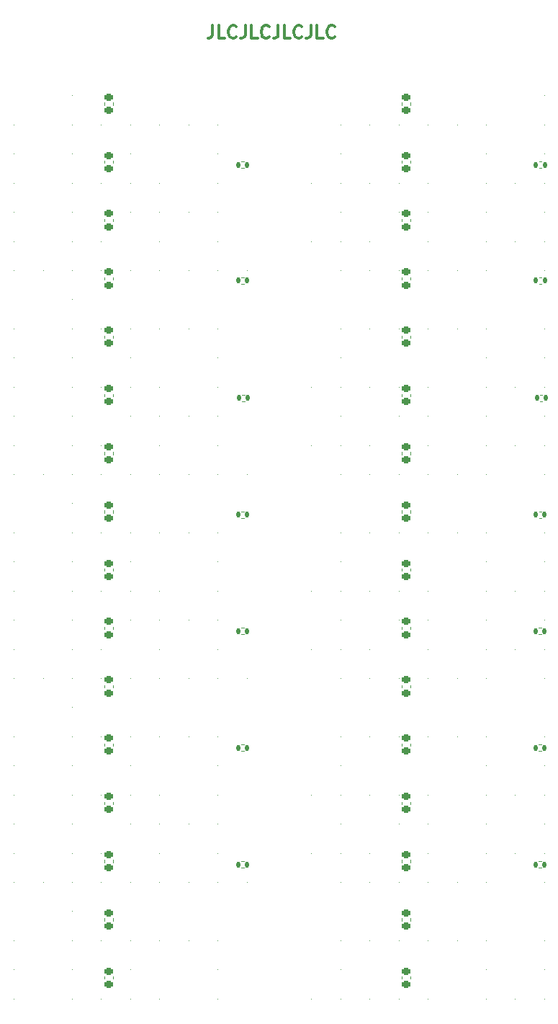
<source format=gto>
G04 #@! TF.GenerationSoftware,KiCad,Pcbnew,7.0.8*
G04 #@! TF.CreationDate,2023-10-22T17:40:02-04:00*
G04 #@! TF.ProjectId,RGB-Panel,5247422d-5061-46e6-956c-2e6b69636164,V2.6*
G04 #@! TF.SameCoordinates,Original*
G04 #@! TF.FileFunction,Legend,Top*
G04 #@! TF.FilePolarity,Positive*
%FSLAX46Y46*%
G04 Gerber Fmt 4.6, Leading zero omitted, Abs format (unit mm)*
G04 Created by KiCad (PCBNEW 7.0.8) date 2023-10-22 17:40:02*
%MOMM*%
%LPD*%
G01*
G04 APERTURE LIST*
G04 Aperture macros list*
%AMRoundRect*
0 Rectangle with rounded corners*
0 $1 Rounding radius*
0 $2 $3 $4 $5 $6 $7 $8 $9 X,Y pos of 4 corners*
0 Add a 4 corners polygon primitive as box body*
4,1,4,$2,$3,$4,$5,$6,$7,$8,$9,$2,$3,0*
0 Add four circle primitives for the rounded corners*
1,1,$1+$1,$2,$3*
1,1,$1+$1,$4,$5*
1,1,$1+$1,$6,$7*
1,1,$1+$1,$8,$9*
0 Add four rect primitives between the rounded corners*
20,1,$1+$1,$2,$3,$4,$5,0*
20,1,$1+$1,$4,$5,$6,$7,0*
20,1,$1+$1,$6,$7,$8,$9,0*
20,1,$1+$1,$8,$9,$2,$3,0*%
G04 Aperture macros list end*
%ADD10C,0.300000*%
%ADD11C,0.100000*%
%ADD12C,0.120000*%
%ADD13C,0.500000*%
%ADD14R,0.500000X0.500000*%
%ADD15RoundRect,0.225000X-0.250000X0.225000X-0.250000X-0.225000X0.250000X-0.225000X0.250000X0.225000X0*%
%ADD16C,3.000000*%
%ADD17RoundRect,0.135000X-0.135000X-0.185000X0.135000X-0.185000X0.135000X0.185000X-0.135000X0.185000X0*%
G04 APERTURE END LIST*
D10*
X97971425Y-22178328D02*
X97971425Y-23249757D01*
X97971425Y-23249757D02*
X97899996Y-23464042D01*
X97899996Y-23464042D02*
X97757139Y-23606900D01*
X97757139Y-23606900D02*
X97542853Y-23678328D01*
X97542853Y-23678328D02*
X97399996Y-23678328D01*
X99399996Y-23678328D02*
X98685710Y-23678328D01*
X98685710Y-23678328D02*
X98685710Y-22178328D01*
X100757139Y-23535471D02*
X100685711Y-23606900D01*
X100685711Y-23606900D02*
X100471425Y-23678328D01*
X100471425Y-23678328D02*
X100328568Y-23678328D01*
X100328568Y-23678328D02*
X100114282Y-23606900D01*
X100114282Y-23606900D02*
X99971425Y-23464042D01*
X99971425Y-23464042D02*
X99899996Y-23321185D01*
X99899996Y-23321185D02*
X99828568Y-23035471D01*
X99828568Y-23035471D02*
X99828568Y-22821185D01*
X99828568Y-22821185D02*
X99899996Y-22535471D01*
X99899996Y-22535471D02*
X99971425Y-22392614D01*
X99971425Y-22392614D02*
X100114282Y-22249757D01*
X100114282Y-22249757D02*
X100328568Y-22178328D01*
X100328568Y-22178328D02*
X100471425Y-22178328D01*
X100471425Y-22178328D02*
X100685711Y-22249757D01*
X100685711Y-22249757D02*
X100757139Y-22321185D01*
X101828568Y-22178328D02*
X101828568Y-23249757D01*
X101828568Y-23249757D02*
X101757139Y-23464042D01*
X101757139Y-23464042D02*
X101614282Y-23606900D01*
X101614282Y-23606900D02*
X101399996Y-23678328D01*
X101399996Y-23678328D02*
X101257139Y-23678328D01*
X103257139Y-23678328D02*
X102542853Y-23678328D01*
X102542853Y-23678328D02*
X102542853Y-22178328D01*
X104614282Y-23535471D02*
X104542854Y-23606900D01*
X104542854Y-23606900D02*
X104328568Y-23678328D01*
X104328568Y-23678328D02*
X104185711Y-23678328D01*
X104185711Y-23678328D02*
X103971425Y-23606900D01*
X103971425Y-23606900D02*
X103828568Y-23464042D01*
X103828568Y-23464042D02*
X103757139Y-23321185D01*
X103757139Y-23321185D02*
X103685711Y-23035471D01*
X103685711Y-23035471D02*
X103685711Y-22821185D01*
X103685711Y-22821185D02*
X103757139Y-22535471D01*
X103757139Y-22535471D02*
X103828568Y-22392614D01*
X103828568Y-22392614D02*
X103971425Y-22249757D01*
X103971425Y-22249757D02*
X104185711Y-22178328D01*
X104185711Y-22178328D02*
X104328568Y-22178328D01*
X104328568Y-22178328D02*
X104542854Y-22249757D01*
X104542854Y-22249757D02*
X104614282Y-22321185D01*
X105685711Y-22178328D02*
X105685711Y-23249757D01*
X105685711Y-23249757D02*
X105614282Y-23464042D01*
X105614282Y-23464042D02*
X105471425Y-23606900D01*
X105471425Y-23606900D02*
X105257139Y-23678328D01*
X105257139Y-23678328D02*
X105114282Y-23678328D01*
X107114282Y-23678328D02*
X106399996Y-23678328D01*
X106399996Y-23678328D02*
X106399996Y-22178328D01*
X108471425Y-23535471D02*
X108399997Y-23606900D01*
X108399997Y-23606900D02*
X108185711Y-23678328D01*
X108185711Y-23678328D02*
X108042854Y-23678328D01*
X108042854Y-23678328D02*
X107828568Y-23606900D01*
X107828568Y-23606900D02*
X107685711Y-23464042D01*
X107685711Y-23464042D02*
X107614282Y-23321185D01*
X107614282Y-23321185D02*
X107542854Y-23035471D01*
X107542854Y-23035471D02*
X107542854Y-22821185D01*
X107542854Y-22821185D02*
X107614282Y-22535471D01*
X107614282Y-22535471D02*
X107685711Y-22392614D01*
X107685711Y-22392614D02*
X107828568Y-22249757D01*
X107828568Y-22249757D02*
X108042854Y-22178328D01*
X108042854Y-22178328D02*
X108185711Y-22178328D01*
X108185711Y-22178328D02*
X108399997Y-22249757D01*
X108399997Y-22249757D02*
X108471425Y-22321185D01*
X109542854Y-22178328D02*
X109542854Y-23249757D01*
X109542854Y-23249757D02*
X109471425Y-23464042D01*
X109471425Y-23464042D02*
X109328568Y-23606900D01*
X109328568Y-23606900D02*
X109114282Y-23678328D01*
X109114282Y-23678328D02*
X108971425Y-23678328D01*
X110971425Y-23678328D02*
X110257139Y-23678328D01*
X110257139Y-23678328D02*
X110257139Y-22178328D01*
X112328568Y-23535471D02*
X112257140Y-23606900D01*
X112257140Y-23606900D02*
X112042854Y-23678328D01*
X112042854Y-23678328D02*
X111899997Y-23678328D01*
X111899997Y-23678328D02*
X111685711Y-23606900D01*
X111685711Y-23606900D02*
X111542854Y-23464042D01*
X111542854Y-23464042D02*
X111471425Y-23321185D01*
X111471425Y-23321185D02*
X111399997Y-23035471D01*
X111399997Y-23035471D02*
X111399997Y-22821185D01*
X111399997Y-22821185D02*
X111471425Y-22535471D01*
X111471425Y-22535471D02*
X111542854Y-22392614D01*
X111542854Y-22392614D02*
X111685711Y-22249757D01*
X111685711Y-22249757D02*
X111899997Y-22178328D01*
X111899997Y-22178328D02*
X112042854Y-22178328D01*
X112042854Y-22178328D02*
X112257140Y-22249757D01*
X112257140Y-22249757D02*
X112328568Y-22321185D01*
D11*
X126748006Y-74942000D02*
G75*
G03*
X126748006Y-74942000I-25000J0D01*
G01*
X123325006Y-88634000D02*
G75*
G03*
X123325006Y-88634000I-25000J0D01*
G01*
X91748006Y-122864000D02*
G75*
G03*
X91748006Y-122864000I-25000J0D01*
G01*
X88325006Y-133133000D02*
G75*
G03*
X88325006Y-133133000I-25000J0D01*
G01*
D12*
X86227899Y-38073312D02*
X86227899Y-38354472D01*
X85207899Y-38073312D02*
X85207899Y-38354472D01*
D11*
X116479006Y-126287000D02*
G75*
G03*
X116479006Y-126287000I-25000J0D01*
G01*
X91748006Y-85211000D02*
G75*
G03*
X91748006Y-85211000I-25000J0D01*
G01*
X88325006Y-50981000D02*
G75*
G03*
X88325006Y-50981000I-25000J0D01*
G01*
X81479006Y-81788000D02*
G75*
G03*
X81479006Y-81788000I-25000J0D01*
G01*
X113056006Y-85211000D02*
G75*
G03*
X113056006Y-85211000I-25000J0D01*
G01*
X78056006Y-50981000D02*
G75*
G03*
X78056006Y-50981000I-25000J0D01*
G01*
X78056006Y-105749000D02*
G75*
G03*
X78056006Y-105749000I-25000J0D01*
G01*
X91748006Y-102326000D02*
G75*
G03*
X91748006Y-102326000I-25000J0D01*
G01*
X133594006Y-136556000D02*
G75*
G03*
X133594006Y-136556000I-25000J0D01*
G01*
X91748006Y-50981000D02*
G75*
G03*
X91748006Y-50981000I-25000J0D01*
G01*
X102017006Y-119441000D02*
G75*
G03*
X102017006Y-119441000I-25000J0D01*
G01*
X116479006Y-37289000D02*
G75*
G03*
X116479006Y-37289000I-25000J0D01*
G01*
X116479006Y-40712000D02*
G75*
G03*
X116479006Y-40712000I-25000J0D01*
G01*
X98594006Y-78365000D02*
G75*
G03*
X98594006Y-78365000I-25000J0D01*
G01*
X130171006Y-102326000D02*
G75*
G03*
X130171006Y-102326000I-25000J0D01*
G01*
D12*
X86227899Y-113379312D02*
X86227899Y-113660472D01*
X85207899Y-113379312D02*
X85207899Y-113660472D01*
D11*
X95171006Y-85211000D02*
G75*
G03*
X95171006Y-85211000I-25000J0D01*
G01*
X133594006Y-129710000D02*
G75*
G03*
X133594006Y-129710000I-25000J0D01*
G01*
X91748006Y-126287000D02*
G75*
G03*
X91748006Y-126287000I-25000J0D01*
G01*
X74633006Y-44135000D02*
G75*
G03*
X74633006Y-44135000I-25000J0D01*
G01*
X95171006Y-37289000D02*
G75*
G03*
X95171006Y-37289000I-25000J0D01*
G01*
X74633006Y-119441000D02*
G75*
G03*
X74633006Y-119441000I-25000J0D01*
G01*
X74633006Y-102326000D02*
G75*
G03*
X74633006Y-102326000I-25000J0D01*
G01*
X126748006Y-112595000D02*
G75*
G03*
X126748006Y-112595000I-25000J0D01*
G01*
X119902006Y-129710000D02*
G75*
G03*
X119902006Y-129710000I-25000J0D01*
G01*
X123325006Y-122864000D02*
G75*
G03*
X123325006Y-122864000I-25000J0D01*
G01*
X78056006Y-92057000D02*
G75*
G03*
X78056006Y-92057000I-25000J0D01*
G01*
X126748006Y-95480000D02*
G75*
G03*
X126748006Y-95480000I-25000J0D01*
G01*
X84902006Y-40712000D02*
G75*
G03*
X84902006Y-40712000I-25000J0D01*
G01*
D12*
X86227899Y-127071312D02*
X86227899Y-127352472D01*
X85207899Y-127071312D02*
X85207899Y-127352472D01*
D11*
X137017006Y-126287000D02*
G75*
G03*
X137017006Y-126287000I-25000J0D01*
G01*
X91748006Y-30443000D02*
G75*
G03*
X91748006Y-30443000I-25000J0D01*
G01*
X130171006Y-95480000D02*
G75*
G03*
X130171006Y-95480000I-25000J0D01*
G01*
X137017006Y-133133000D02*
G75*
G03*
X137017006Y-133133000I-25000J0D01*
G01*
X81479006Y-78365000D02*
G75*
G03*
X81479006Y-78365000I-25000J0D01*
G01*
X91748006Y-57827000D02*
G75*
G03*
X91748006Y-57827000I-25000J0D01*
G01*
X133594006Y-50981000D02*
G75*
G03*
X133594006Y-50981000I-25000J0D01*
G01*
X98594006Y-92057000D02*
G75*
G03*
X98594006Y-92057000I-25000J0D01*
G01*
X123325006Y-71519000D02*
G75*
G03*
X123325006Y-71519000I-25000J0D01*
G01*
X123325006Y-116018000D02*
G75*
G03*
X123325006Y-116018000I-25000J0D01*
G01*
X88325006Y-81788000D02*
G75*
G03*
X88325006Y-81788000I-25000J0D01*
G01*
X126748006Y-68096000D02*
G75*
G03*
X126748006Y-68096000I-25000J0D01*
G01*
X74633006Y-88634000D02*
G75*
G03*
X74633006Y-88634000I-25000J0D01*
G01*
X91748006Y-112595000D02*
G75*
G03*
X91748006Y-112595000I-25000J0D01*
G01*
X130171006Y-68096000D02*
G75*
G03*
X130171006Y-68096000I-25000J0D01*
G01*
X74633006Y-47558000D02*
G75*
G03*
X74633006Y-47558000I-25000J0D01*
G01*
X109633006Y-30443000D02*
G75*
G03*
X109633006Y-30443000I-25000J0D01*
G01*
X130171006Y-122864000D02*
G75*
G03*
X130171006Y-122864000I-25000J0D01*
G01*
X113056006Y-81788000D02*
G75*
G03*
X113056006Y-81788000I-25000J0D01*
G01*
X116479006Y-57827000D02*
G75*
G03*
X116479006Y-57827000I-25000J0D01*
G01*
X126748006Y-122864000D02*
G75*
G03*
X126748006Y-122864000I-25000J0D01*
G01*
X119902006Y-85211000D02*
G75*
G03*
X119902006Y-85211000I-25000J0D01*
G01*
X137017006Y-85211000D02*
G75*
G03*
X137017006Y-85211000I-25000J0D01*
G01*
X119902006Y-116018000D02*
G75*
G03*
X119902006Y-116018000I-25000J0D01*
G01*
X84902006Y-95480000D02*
G75*
G03*
X84902006Y-95480000I-25000J0D01*
G01*
X98594006Y-40712000D02*
G75*
G03*
X98594006Y-40712000I-25000J0D01*
G01*
D12*
X121227899Y-92841312D02*
X121227899Y-93122472D01*
X120207899Y-92841312D02*
X120207899Y-93122472D01*
X86227899Y-72303312D02*
X86227899Y-72584472D01*
X85207899Y-72303312D02*
X85207899Y-72584472D01*
D11*
X113056006Y-74942000D02*
G75*
G03*
X113056006Y-74942000I-25000J0D01*
G01*
X133594006Y-78365000D02*
G75*
G03*
X133594006Y-78365000I-25000J0D01*
G01*
X123325006Y-95480000D02*
G75*
G03*
X123325006Y-95480000I-25000J0D01*
G01*
X119902006Y-136556000D02*
G75*
G03*
X119902006Y-136556000I-25000J0D01*
G01*
D12*
X86227899Y-58611312D02*
X86227899Y-58892472D01*
X85207899Y-58611312D02*
X85207899Y-58892472D01*
D11*
X113056006Y-37289000D02*
G75*
G03*
X113056006Y-37289000I-25000J0D01*
G01*
X98594006Y-33866000D02*
G75*
G03*
X98594006Y-33866000I-25000J0D01*
G01*
X98594006Y-112595000D02*
G75*
G03*
X98594006Y-112595000I-25000J0D01*
G01*
X116479006Y-112595000D02*
G75*
G03*
X116479006Y-112595000I-25000J0D01*
G01*
X95171006Y-129710000D02*
G75*
G03*
X95171006Y-129710000I-25000J0D01*
G01*
X119902006Y-68096000D02*
G75*
G03*
X119902006Y-68096000I-25000J0D01*
G01*
X95171006Y-98903000D02*
G75*
G03*
X95171006Y-98903000I-25000J0D01*
G01*
D12*
X86227899Y-44919312D02*
X86227899Y-45200472D01*
X85207899Y-44919312D02*
X85207899Y-45200472D01*
D11*
X95171006Y-68096000D02*
G75*
G03*
X95171006Y-68096000I-25000J0D01*
G01*
X123325006Y-30443000D02*
G75*
G03*
X123325006Y-30443000I-25000J0D01*
G01*
X116479006Y-136556000D02*
G75*
G03*
X116479006Y-136556000I-25000J0D01*
G01*
X137017006Y-64673000D02*
G75*
G03*
X137017006Y-64673000I-25000J0D01*
G01*
X95171006Y-109172000D02*
G75*
G03*
X95171006Y-109172000I-25000J0D01*
G01*
X137017006Y-88634000D02*
G75*
G03*
X137017006Y-88634000I-25000J0D01*
G01*
D12*
X121227899Y-79149312D02*
X121227899Y-79430472D01*
X120207899Y-79149312D02*
X120207899Y-79430472D01*
D11*
X91748006Y-61250000D02*
G75*
G03*
X91748006Y-61250000I-25000J0D01*
G01*
X130171006Y-74942000D02*
G75*
G03*
X130171006Y-74942000I-25000J0D01*
G01*
X95171006Y-30443000D02*
G75*
G03*
X95171006Y-30443000I-25000J0D01*
G01*
X133594006Y-102326000D02*
G75*
G03*
X133594006Y-102326000I-25000J0D01*
G01*
D12*
X121227899Y-106533312D02*
X121227899Y-106814472D01*
X120207899Y-106533312D02*
X120207899Y-106814472D01*
D11*
X133594006Y-95480000D02*
G75*
G03*
X133594006Y-95480000I-25000J0D01*
G01*
X133594006Y-57827000D02*
G75*
G03*
X133594006Y-57827000I-25000J0D01*
G01*
X109633006Y-85211000D02*
G75*
G03*
X109633006Y-85211000I-25000J0D01*
G01*
X113056006Y-95480000D02*
G75*
G03*
X113056006Y-95480000I-25000J0D01*
G01*
X74633006Y-78365000D02*
G75*
G03*
X74633006Y-78365000I-25000J0D01*
G01*
X78056006Y-129710000D02*
G75*
G03*
X78056006Y-129710000I-25000J0D01*
G01*
X133594006Y-37289000D02*
G75*
G03*
X133594006Y-37289000I-25000J0D01*
G01*
X119902006Y-95480000D02*
G75*
G03*
X119902006Y-95480000I-25000J0D01*
G01*
X137017006Y-61250000D02*
G75*
G03*
X137017006Y-61250000I-25000J0D01*
G01*
X116479006Y-61250000D02*
G75*
G03*
X116479006Y-61250000I-25000J0D01*
G01*
X88325006Y-54404000D02*
G75*
G03*
X88325006Y-54404000I-25000J0D01*
G01*
X98594006Y-88634000D02*
G75*
G03*
X98594006Y-88634000I-25000J0D01*
G01*
X116479006Y-116018000D02*
G75*
G03*
X116479006Y-116018000I-25000J0D01*
G01*
X95171006Y-88634000D02*
G75*
G03*
X95171006Y-88634000I-25000J0D01*
G01*
X74633006Y-109172000D02*
G75*
G03*
X74633006Y-109172000I-25000J0D01*
G01*
X123325006Y-85211000D02*
G75*
G03*
X123325006Y-85211000I-25000J0D01*
G01*
X98594006Y-85211000D02*
G75*
G03*
X98594006Y-85211000I-25000J0D01*
G01*
X130171006Y-119441000D02*
G75*
G03*
X130171006Y-119441000I-25000J0D01*
G01*
D12*
X121227899Y-65457312D02*
X121227899Y-65738472D01*
X120207899Y-65457312D02*
X120207899Y-65738472D01*
D11*
X116479006Y-92057000D02*
G75*
G03*
X116479006Y-92057000I-25000J0D01*
G01*
X109633006Y-68096000D02*
G75*
G03*
X109633006Y-68096000I-25000J0D01*
G01*
X91748006Y-109172000D02*
G75*
G03*
X91748006Y-109172000I-25000J0D01*
G01*
X113056006Y-98903000D02*
G75*
G03*
X113056006Y-98903000I-25000J0D01*
G01*
X133594006Y-119441000D02*
G75*
G03*
X133594006Y-119441000I-25000J0D01*
G01*
X84902006Y-37289000D02*
G75*
G03*
X84902006Y-37289000I-25000J0D01*
G01*
X78056006Y-119441000D02*
G75*
G03*
X78056006Y-119441000I-25000J0D01*
G01*
X78056006Y-54404000D02*
G75*
G03*
X78056006Y-54404000I-25000J0D01*
G01*
X119902006Y-71519000D02*
G75*
G03*
X119902006Y-71519000I-25000J0D01*
G01*
D12*
X121227899Y-72303312D02*
X121227899Y-72584472D01*
X120207899Y-72303312D02*
X120207899Y-72584472D01*
D11*
X81479006Y-126287000D02*
G75*
G03*
X81479006Y-126287000I-25000J0D01*
G01*
X113056006Y-88634000D02*
G75*
G03*
X113056006Y-88634000I-25000J0D01*
G01*
X116479006Y-133133000D02*
G75*
G03*
X116479006Y-133133000I-25000J0D01*
G01*
X81479006Y-44135000D02*
G75*
G03*
X81479006Y-44135000I-25000J0D01*
G01*
X109633006Y-116018000D02*
G75*
G03*
X109633006Y-116018000I-25000J0D01*
G01*
X102017006Y-126287000D02*
G75*
G03*
X102017006Y-126287000I-25000J0D01*
G01*
X88325006Y-85211000D02*
G75*
G03*
X88325006Y-85211000I-25000J0D01*
G01*
X119902006Y-57827000D02*
G75*
G03*
X119902006Y-57827000I-25000J0D01*
G01*
X113056006Y-61250000D02*
G75*
G03*
X113056006Y-61250000I-25000J0D01*
G01*
X84902006Y-30443000D02*
G75*
G03*
X84902006Y-30443000I-25000J0D01*
G01*
X130171006Y-126287000D02*
G75*
G03*
X130171006Y-126287000I-25000J0D01*
G01*
X84902006Y-133133000D02*
G75*
G03*
X84902006Y-133133000I-25000J0D01*
G01*
X116479006Y-95480000D02*
G75*
G03*
X116479006Y-95480000I-25000J0D01*
G01*
X113056006Y-105749000D02*
G75*
G03*
X113056006Y-105749000I-25000J0D01*
G01*
X84902006Y-64673000D02*
G75*
G03*
X84902006Y-64673000I-25000J0D01*
G01*
X102017006Y-37289000D02*
G75*
G03*
X102017006Y-37289000I-25000J0D01*
G01*
X137017006Y-102326000D02*
G75*
G03*
X137017006Y-102326000I-25000J0D01*
G01*
X126748006Y-64673000D02*
G75*
G03*
X126748006Y-64673000I-25000J0D01*
G01*
X113056006Y-78365000D02*
G75*
G03*
X113056006Y-78365000I-25000J0D01*
G01*
X113056006Y-136556000D02*
G75*
G03*
X113056006Y-136556000I-25000J0D01*
G01*
X91748006Y-95480000D02*
G75*
G03*
X91748006Y-95480000I-25000J0D01*
G01*
X130171006Y-44135000D02*
G75*
G03*
X130171006Y-44135000I-25000J0D01*
G01*
X98594006Y-95480000D02*
G75*
G03*
X98594006Y-95480000I-25000J0D01*
G01*
X88325006Y-57827000D02*
G75*
G03*
X88325006Y-57827000I-25000J0D01*
G01*
X95171006Y-74942000D02*
G75*
G03*
X95171006Y-74942000I-25000J0D01*
G01*
X130171006Y-54404000D02*
G75*
G03*
X130171006Y-54404000I-25000J0D01*
G01*
X78056006Y-102326000D02*
G75*
G03*
X78056006Y-102326000I-25000J0D01*
G01*
X81479006Y-61250000D02*
G75*
G03*
X81479006Y-61250000I-25000J0D01*
G01*
X81479006Y-109172000D02*
G75*
G03*
X81479006Y-109172000I-25000J0D01*
G01*
X95171006Y-92057000D02*
G75*
G03*
X95171006Y-92057000I-25000J0D01*
G01*
D12*
X121227899Y-127071312D02*
X121227899Y-127352472D01*
X120207899Y-127071312D02*
X120207899Y-127352472D01*
X121227899Y-44919312D02*
X121227899Y-45200472D01*
X120207899Y-44919312D02*
X120207899Y-45200472D01*
D11*
X78056006Y-122864000D02*
G75*
G03*
X78056006Y-122864000I-25000J0D01*
G01*
X123325006Y-133133000D02*
G75*
G03*
X123325006Y-133133000I-25000J0D01*
G01*
X119902006Y-88634000D02*
G75*
G03*
X119902006Y-88634000I-25000J0D01*
G01*
X137017006Y-105749000D02*
G75*
G03*
X137017006Y-105749000I-25000J0D01*
G01*
X116479006Y-105749000D02*
G75*
G03*
X116479006Y-105749000I-25000J0D01*
G01*
X91748006Y-71519000D02*
G75*
G03*
X91748006Y-71519000I-25000J0D01*
G01*
X98594006Y-133133000D02*
G75*
G03*
X98594006Y-133133000I-25000J0D01*
G01*
X74633006Y-61250000D02*
G75*
G03*
X74633006Y-61250000I-25000J0D01*
G01*
X116479006Y-74942000D02*
G75*
G03*
X116479006Y-74942000I-25000J0D01*
G01*
X109633006Y-136556000D02*
G75*
G03*
X109633006Y-136556000I-25000J0D01*
G01*
X123325006Y-47558000D02*
G75*
G03*
X123325006Y-47558000I-25000J0D01*
G01*
X91748006Y-136556000D02*
G75*
G03*
X91748006Y-136556000I-25000J0D01*
G01*
X137017006Y-50981000D02*
G75*
G03*
X137017006Y-50981000I-25000J0D01*
G01*
X123325006Y-92057000D02*
G75*
G03*
X123325006Y-92057000I-25000J0D01*
G01*
X137017006Y-30443000D02*
G75*
G03*
X137017006Y-30443000I-25000J0D01*
G01*
X109633006Y-88634000D02*
G75*
G03*
X109633006Y-88634000I-25000J0D01*
G01*
X123325006Y-57827000D02*
G75*
G03*
X123325006Y-57827000I-25000J0D01*
G01*
X84902006Y-88634000D02*
G75*
G03*
X84902006Y-88634000I-25000J0D01*
G01*
X91748006Y-37289000D02*
G75*
G03*
X91748006Y-37289000I-25000J0D01*
G01*
X84902006Y-109172000D02*
G75*
G03*
X84902006Y-109172000I-25000J0D01*
G01*
X102017006Y-88634000D02*
G75*
G03*
X102017006Y-88634000I-25000J0D01*
G01*
X84902006Y-122864000D02*
G75*
G03*
X84902006Y-122864000I-25000J0D01*
G01*
X119902006Y-133133000D02*
G75*
G03*
X119902006Y-133133000I-25000J0D01*
G01*
X113056006Y-92057000D02*
G75*
G03*
X113056006Y-92057000I-25000J0D01*
G01*
X78056006Y-78365000D02*
G75*
G03*
X78056006Y-78365000I-25000J0D01*
G01*
D12*
X101349258Y-79262392D02*
X101656540Y-79262392D01*
X101349258Y-80022392D02*
X101656540Y-80022392D01*
D11*
X133594006Y-40712000D02*
G75*
G03*
X133594006Y-40712000I-25000J0D01*
G01*
X84902006Y-54404000D02*
G75*
G03*
X84902006Y-54404000I-25000J0D01*
G01*
X133594006Y-112595000D02*
G75*
G03*
X133594006Y-112595000I-25000J0D01*
G01*
X116479006Y-102326000D02*
G75*
G03*
X116479006Y-102326000I-25000J0D01*
G01*
X123325006Y-109172000D02*
G75*
G03*
X123325006Y-109172000I-25000J0D01*
G01*
X84902006Y-92057000D02*
G75*
G03*
X84902006Y-92057000I-25000J0D01*
G01*
X126748006Y-109172000D02*
G75*
G03*
X126748006Y-109172000I-25000J0D01*
G01*
X88325006Y-112595000D02*
G75*
G03*
X88325006Y-112595000I-25000J0D01*
G01*
X123325006Y-78365000D02*
G75*
G03*
X123325006Y-78365000I-25000J0D01*
G01*
X78056006Y-40712000D02*
G75*
G03*
X78056006Y-40712000I-25000J0D01*
G01*
X109633006Y-119441000D02*
G75*
G03*
X109633006Y-119441000I-25000J0D01*
G01*
X81479006Y-74942000D02*
G75*
G03*
X81479006Y-74942000I-25000J0D01*
G01*
X113056006Y-30443000D02*
G75*
G03*
X113056006Y-30443000I-25000J0D01*
G01*
X102017006Y-122864000D02*
G75*
G03*
X102017006Y-122864000I-25000J0D01*
G01*
D12*
X101356365Y-38163000D02*
X101663647Y-38163000D01*
X101356365Y-38923000D02*
X101663647Y-38923000D01*
D11*
X78056006Y-33866000D02*
G75*
G03*
X78056006Y-33866000I-25000J0D01*
G01*
X78056006Y-71519000D02*
G75*
G03*
X78056006Y-71519000I-25000J0D01*
G01*
X74633006Y-133133000D02*
G75*
G03*
X74633006Y-133133000I-25000J0D01*
G01*
X126748006Y-71519000D02*
G75*
G03*
X126748006Y-71519000I-25000J0D01*
G01*
X113056006Y-122864000D02*
G75*
G03*
X113056006Y-122864000I-25000J0D01*
G01*
X126748006Y-33866000D02*
G75*
G03*
X126748006Y-33866000I-25000J0D01*
G01*
X78056006Y-109172000D02*
G75*
G03*
X78056006Y-109172000I-25000J0D01*
G01*
X116479006Y-119441000D02*
G75*
G03*
X116479006Y-119441000I-25000J0D01*
G01*
X119902006Y-33866000D02*
G75*
G03*
X119902006Y-33866000I-25000J0D01*
G01*
X84902006Y-81788000D02*
G75*
G03*
X84902006Y-81788000I-25000J0D01*
G01*
X123325006Y-112595000D02*
G75*
G03*
X123325006Y-112595000I-25000J0D01*
G01*
X102017006Y-112595000D02*
G75*
G03*
X102017006Y-112595000I-25000J0D01*
G01*
X130171006Y-71519000D02*
G75*
G03*
X130171006Y-71519000I-25000J0D01*
G01*
X113056006Y-50981000D02*
G75*
G03*
X113056006Y-50981000I-25000J0D01*
G01*
X102017006Y-74942000D02*
G75*
G03*
X102017006Y-74942000I-25000J0D01*
G01*
X95171006Y-50981000D02*
G75*
G03*
X95171006Y-50981000I-25000J0D01*
G01*
X78056006Y-68096000D02*
G75*
G03*
X78056006Y-68096000I-25000J0D01*
G01*
X126748006Y-88634000D02*
G75*
G03*
X126748006Y-88634000I-25000J0D01*
G01*
X102017006Y-92057000D02*
G75*
G03*
X102017006Y-92057000I-25000J0D01*
G01*
X78056006Y-85211000D02*
G75*
G03*
X78056006Y-85211000I-25000J0D01*
G01*
X119902006Y-92057000D02*
G75*
G03*
X119902006Y-92057000I-25000J0D01*
G01*
X109633006Y-98903000D02*
G75*
G03*
X109633006Y-98903000I-25000J0D01*
G01*
X116479006Y-122864000D02*
G75*
G03*
X116479006Y-122864000I-25000J0D01*
G01*
X84902006Y-61250000D02*
G75*
G03*
X84902006Y-61250000I-25000J0D01*
G01*
X88325006Y-78365000D02*
G75*
G03*
X88325006Y-78365000I-25000J0D01*
G01*
X88325006Y-88634000D02*
G75*
G03*
X88325006Y-88634000I-25000J0D01*
G01*
X123325006Y-61250000D02*
G75*
G03*
X123325006Y-61250000I-25000J0D01*
G01*
X74633006Y-50981000D02*
G75*
G03*
X74633006Y-50981000I-25000J0D01*
G01*
X113056006Y-64673000D02*
G75*
G03*
X113056006Y-64673000I-25000J0D01*
G01*
X109633006Y-122864000D02*
G75*
G03*
X109633006Y-122864000I-25000J0D01*
G01*
X81479006Y-71519000D02*
G75*
G03*
X81479006Y-71519000I-25000J0D01*
G01*
X81479006Y-30443000D02*
G75*
G03*
X81479006Y-30443000I-25000J0D01*
G01*
X88325006Y-30443000D02*
G75*
G03*
X88325006Y-30443000I-25000J0D01*
G01*
X88325006Y-136556000D02*
G75*
G03*
X88325006Y-136556000I-25000J0D01*
G01*
D12*
X121227899Y-133917312D02*
X121227899Y-134198472D01*
X120207899Y-133917312D02*
X120207899Y-134198472D01*
D11*
X91748006Y-54404000D02*
G75*
G03*
X91748006Y-54404000I-25000J0D01*
G01*
X74633006Y-129710000D02*
G75*
G03*
X74633006Y-129710000I-25000J0D01*
G01*
X78056006Y-37289000D02*
G75*
G03*
X78056006Y-37289000I-25000J0D01*
G01*
X88325006Y-40712000D02*
G75*
G03*
X88325006Y-40712000I-25000J0D01*
G01*
X119902006Y-40712000D02*
G75*
G03*
X119902006Y-40712000I-25000J0D01*
G01*
X88325006Y-68096000D02*
G75*
G03*
X88325006Y-68096000I-25000J0D01*
G01*
X88325006Y-71519000D02*
G75*
G03*
X88325006Y-71519000I-25000J0D01*
G01*
X102017006Y-68096000D02*
G75*
G03*
X102017006Y-68096000I-25000J0D01*
G01*
X137017006Y-54404000D02*
G75*
G03*
X137017006Y-54404000I-25000J0D01*
G01*
X123325006Y-105749000D02*
G75*
G03*
X123325006Y-105749000I-25000J0D01*
G01*
X84902006Y-78365000D02*
G75*
G03*
X84902006Y-78365000I-25000J0D01*
G01*
X130171006Y-50981000D02*
G75*
G03*
X130171006Y-50981000I-25000J0D01*
G01*
D12*
X136449257Y-65562392D02*
X136756539Y-65562392D01*
X136449257Y-66322392D02*
X136756539Y-66322392D01*
D11*
X95171006Y-78365000D02*
G75*
G03*
X95171006Y-78365000I-25000J0D01*
G01*
X133594006Y-85211000D02*
G75*
G03*
X133594006Y-85211000I-25000J0D01*
G01*
D12*
X86227899Y-106533312D02*
X86227899Y-106814472D01*
X85207899Y-106533312D02*
X85207899Y-106814472D01*
D11*
X88325006Y-122864000D02*
G75*
G03*
X88325006Y-122864000I-25000J0D01*
G01*
X109633006Y-105749000D02*
G75*
G03*
X109633006Y-105749000I-25000J0D01*
G01*
X95171006Y-33866000D02*
G75*
G03*
X95171006Y-33866000I-25000J0D01*
G01*
X78056006Y-136556000D02*
G75*
G03*
X78056006Y-136556000I-25000J0D01*
G01*
X133594006Y-74942000D02*
G75*
G03*
X133594006Y-74942000I-25000J0D01*
G01*
X102017006Y-85211000D02*
G75*
G03*
X102017006Y-85211000I-25000J0D01*
G01*
X133594006Y-71519000D02*
G75*
G03*
X133594006Y-71519000I-25000J0D01*
G01*
X95171006Y-71519000D02*
G75*
G03*
X95171006Y-71519000I-25000J0D01*
G01*
X95171006Y-136556000D02*
G75*
G03*
X95171006Y-136556000I-25000J0D01*
G01*
D12*
X136329258Y-106663392D02*
X136636540Y-106663392D01*
X136329258Y-107423392D02*
X136636540Y-107423392D01*
D11*
X98594006Y-61250000D02*
G75*
G03*
X98594006Y-61250000I-25000J0D01*
G01*
X116479006Y-47558000D02*
G75*
G03*
X116479006Y-47558000I-25000J0D01*
G01*
X123325006Y-81788000D02*
G75*
G03*
X123325006Y-81788000I-25000J0D01*
G01*
X119902006Y-47558000D02*
G75*
G03*
X119902006Y-47558000I-25000J0D01*
G01*
X123325006Y-129710000D02*
G75*
G03*
X123325006Y-129710000I-25000J0D01*
G01*
X95171006Y-122864000D02*
G75*
G03*
X95171006Y-122864000I-25000J0D01*
G01*
X102017006Y-105749000D02*
G75*
G03*
X102017006Y-105749000I-25000J0D01*
G01*
X123325006Y-98903000D02*
G75*
G03*
X123325006Y-98903000I-25000J0D01*
G01*
X95171006Y-40712000D02*
G75*
G03*
X95171006Y-40712000I-25000J0D01*
G01*
X81479006Y-40712000D02*
G75*
G03*
X81479006Y-40712000I-25000J0D01*
G01*
X78056006Y-88634000D02*
G75*
G03*
X78056006Y-88634000I-25000J0D01*
G01*
X109633006Y-33866000D02*
G75*
G03*
X109633006Y-33866000I-25000J0D01*
G01*
X119902006Y-81788000D02*
G75*
G03*
X119902006Y-81788000I-25000J0D01*
G01*
X84902006Y-136556000D02*
G75*
G03*
X84902006Y-136556000I-25000J0D01*
G01*
X113056006Y-68096000D02*
G75*
G03*
X113056006Y-68096000I-25000J0D01*
G01*
X74633006Y-95480000D02*
G75*
G03*
X74633006Y-95480000I-25000J0D01*
G01*
X95171006Y-54404000D02*
G75*
G03*
X95171006Y-54404000I-25000J0D01*
G01*
X137017006Y-74942000D02*
G75*
G03*
X137017006Y-74942000I-25000J0D01*
G01*
X119902006Y-74942000D02*
G75*
G03*
X119902006Y-74942000I-25000J0D01*
G01*
X113056006Y-33866000D02*
G75*
G03*
X113056006Y-33866000I-25000J0D01*
G01*
X126748006Y-61250000D02*
G75*
G03*
X126748006Y-61250000I-25000J0D01*
G01*
X102017006Y-133133000D02*
G75*
G03*
X102017006Y-133133000I-25000J0D01*
G01*
X84902006Y-116018000D02*
G75*
G03*
X84902006Y-116018000I-25000J0D01*
G01*
X123325006Y-40712000D02*
G75*
G03*
X123325006Y-40712000I-25000J0D01*
G01*
D12*
X136329258Y-92963392D02*
X136636540Y-92963392D01*
X136329258Y-93723392D02*
X136636540Y-93723392D01*
D11*
X126748006Y-30443000D02*
G75*
G03*
X126748006Y-30443000I-25000J0D01*
G01*
X98594006Y-119441000D02*
G75*
G03*
X98594006Y-119441000I-25000J0D01*
G01*
X109633006Y-50981000D02*
G75*
G03*
X109633006Y-50981000I-25000J0D01*
G01*
X126748006Y-44135000D02*
G75*
G03*
X126748006Y-44135000I-25000J0D01*
G01*
X98594006Y-129710000D02*
G75*
G03*
X98594006Y-129710000I-25000J0D01*
G01*
X88325006Y-126287000D02*
G75*
G03*
X88325006Y-126287000I-25000J0D01*
G01*
X130171006Y-133133000D02*
G75*
G03*
X130171006Y-133133000I-25000J0D01*
G01*
X109633006Y-112595000D02*
G75*
G03*
X109633006Y-112595000I-25000J0D01*
G01*
X98594006Y-122864000D02*
G75*
G03*
X98594006Y-122864000I-25000J0D01*
G01*
X133594006Y-61250000D02*
G75*
G03*
X133594006Y-61250000I-25000J0D01*
G01*
X113056006Y-57827000D02*
G75*
G03*
X113056006Y-57827000I-25000J0D01*
G01*
X133594006Y-88634000D02*
G75*
G03*
X133594006Y-88634000I-25000J0D01*
G01*
X102017006Y-81788000D02*
G75*
G03*
X102017006Y-81788000I-25000J0D01*
G01*
X109633006Y-37289000D02*
G75*
G03*
X109633006Y-37289000I-25000J0D01*
G01*
X113056006Y-102326000D02*
G75*
G03*
X113056006Y-102326000I-25000J0D01*
G01*
X116479006Y-68096000D02*
G75*
G03*
X116479006Y-68096000I-25000J0D01*
G01*
X74633006Y-74942000D02*
G75*
G03*
X74633006Y-74942000I-25000J0D01*
G01*
X91748006Y-88634000D02*
G75*
G03*
X91748006Y-88634000I-25000J0D01*
G01*
D12*
X136349258Y-79262392D02*
X136656540Y-79262392D01*
X136349258Y-80022392D02*
X136656540Y-80022392D01*
D11*
X81479006Y-122864000D02*
G75*
G03*
X81479006Y-122864000I-25000J0D01*
G01*
D12*
X86227899Y-92841312D02*
X86227899Y-93122472D01*
X85207899Y-92841312D02*
X85207899Y-93122472D01*
D11*
X123325006Y-64673000D02*
G75*
G03*
X123325006Y-64673000I-25000J0D01*
G01*
X119902006Y-122864000D02*
G75*
G03*
X119902006Y-122864000I-25000J0D01*
G01*
X119902006Y-78365000D02*
G75*
G03*
X119902006Y-78365000I-25000J0D01*
G01*
X137017006Y-129710000D02*
G75*
G03*
X137017006Y-129710000I-25000J0D01*
G01*
X137017006Y-71519000D02*
G75*
G03*
X137017006Y-71519000I-25000J0D01*
G01*
D12*
X101329258Y-106663392D02*
X101636540Y-106663392D01*
X101329258Y-107423392D02*
X101636540Y-107423392D01*
D11*
X74633006Y-40712000D02*
G75*
G03*
X74633006Y-40712000I-25000J0D01*
G01*
X95171006Y-44135000D02*
G75*
G03*
X95171006Y-44135000I-25000J0D01*
G01*
X98594006Y-136556000D02*
G75*
G03*
X98594006Y-136556000I-25000J0D01*
G01*
X98594006Y-50981000D02*
G75*
G03*
X98594006Y-50981000I-25000J0D01*
G01*
X123325006Y-102326000D02*
G75*
G03*
X123325006Y-102326000I-25000J0D01*
G01*
X98594006Y-105749000D02*
G75*
G03*
X98594006Y-105749000I-25000J0D01*
G01*
D12*
X86227899Y-31227312D02*
X86227899Y-31508472D01*
X85207899Y-31227312D02*
X85207899Y-31508472D01*
D11*
X98594006Y-44135000D02*
G75*
G03*
X98594006Y-44135000I-25000J0D01*
G01*
X84902006Y-44135000D02*
G75*
G03*
X84902006Y-44135000I-25000J0D01*
G01*
X109633006Y-81788000D02*
G75*
G03*
X109633006Y-81788000I-25000J0D01*
G01*
X98594006Y-30443000D02*
G75*
G03*
X98594006Y-30443000I-25000J0D01*
G01*
X78056006Y-74942000D02*
G75*
G03*
X78056006Y-74942000I-25000J0D01*
G01*
X137017006Y-109172000D02*
G75*
G03*
X137017006Y-109172000I-25000J0D01*
G01*
X91748006Y-105749000D02*
G75*
G03*
X91748006Y-105749000I-25000J0D01*
G01*
X130171006Y-116018000D02*
G75*
G03*
X130171006Y-116018000I-25000J0D01*
G01*
X130171006Y-33866000D02*
G75*
G03*
X130171006Y-33866000I-25000J0D01*
G01*
X137017006Y-33866000D02*
G75*
G03*
X137017006Y-33866000I-25000J0D01*
G01*
X113056006Y-109172000D02*
G75*
G03*
X113056006Y-109172000I-25000J0D01*
G01*
X123325006Y-74942000D02*
G75*
G03*
X123325006Y-74942000I-25000J0D01*
G01*
X102017006Y-129710000D02*
G75*
G03*
X102017006Y-129710000I-25000J0D01*
G01*
X98594006Y-102326000D02*
G75*
G03*
X98594006Y-102326000I-25000J0D01*
G01*
X130171006Y-136556000D02*
G75*
G03*
X130171006Y-136556000I-25000J0D01*
G01*
X95171006Y-112595000D02*
G75*
G03*
X95171006Y-112595000I-25000J0D01*
G01*
X91748006Y-44135000D02*
G75*
G03*
X91748006Y-44135000I-25000J0D01*
G01*
X74633006Y-122864000D02*
G75*
G03*
X74633006Y-122864000I-25000J0D01*
G01*
X130171006Y-129710000D02*
G75*
G03*
X130171006Y-129710000I-25000J0D01*
G01*
D12*
X136356365Y-51769500D02*
X136663647Y-51769500D01*
X136356365Y-52529500D02*
X136663647Y-52529500D01*
D11*
X74633006Y-81788000D02*
G75*
G03*
X74633006Y-81788000I-25000J0D01*
G01*
X91748006Y-33866000D02*
G75*
G03*
X91748006Y-33866000I-25000J0D01*
G01*
X78056006Y-126287000D02*
G75*
G03*
X78056006Y-126287000I-25000J0D01*
G01*
X78056006Y-95480000D02*
G75*
G03*
X78056006Y-95480000I-25000J0D01*
G01*
X137017006Y-112595000D02*
G75*
G03*
X137017006Y-112595000I-25000J0D01*
G01*
X130171006Y-40712000D02*
G75*
G03*
X130171006Y-40712000I-25000J0D01*
G01*
X116479006Y-109172000D02*
G75*
G03*
X116479006Y-109172000I-25000J0D01*
G01*
X119902006Y-30443000D02*
G75*
G03*
X119902006Y-30443000I-25000J0D01*
G01*
X84902006Y-102326000D02*
G75*
G03*
X84902006Y-102326000I-25000J0D01*
G01*
X137017006Y-57827000D02*
G75*
G03*
X137017006Y-57827000I-25000J0D01*
G01*
X84902006Y-57827000D02*
G75*
G03*
X84902006Y-57827000I-25000J0D01*
G01*
X78056006Y-61250000D02*
G75*
G03*
X78056006Y-61250000I-25000J0D01*
G01*
X130171006Y-109172000D02*
G75*
G03*
X130171006Y-109172000I-25000J0D01*
G01*
X126748006Y-40712000D02*
G75*
G03*
X126748006Y-40712000I-25000J0D01*
G01*
X91748006Y-81788000D02*
G75*
G03*
X91748006Y-81788000I-25000J0D01*
G01*
X78056006Y-44135000D02*
G75*
G03*
X78056006Y-44135000I-25000J0D01*
G01*
X102017006Y-61250000D02*
G75*
G03*
X102017006Y-61250000I-25000J0D01*
G01*
X113056006Y-116018000D02*
G75*
G03*
X113056006Y-116018000I-25000J0D01*
G01*
X74633006Y-126287000D02*
G75*
G03*
X74633006Y-126287000I-25000J0D01*
G01*
X109633006Y-44135000D02*
G75*
G03*
X109633006Y-44135000I-25000J0D01*
G01*
X98594006Y-64673000D02*
G75*
G03*
X98594006Y-64673000I-25000J0D01*
G01*
X102017006Y-47558000D02*
G75*
G03*
X102017006Y-47558000I-25000J0D01*
G01*
D12*
X121227899Y-58611312D02*
X121227899Y-58892472D01*
X120207899Y-58611312D02*
X120207899Y-58892472D01*
D11*
X81479006Y-119441000D02*
G75*
G03*
X81479006Y-119441000I-25000J0D01*
G01*
X130171006Y-78365000D02*
G75*
G03*
X130171006Y-78365000I-25000J0D01*
G01*
X91748006Y-68096000D02*
G75*
G03*
X91748006Y-68096000I-25000J0D01*
G01*
X74633006Y-85211000D02*
G75*
G03*
X74633006Y-85211000I-25000J0D01*
G01*
X133594006Y-81788000D02*
G75*
G03*
X133594006Y-81788000I-25000J0D01*
G01*
X84902006Y-129710000D02*
G75*
G03*
X84902006Y-129710000I-25000J0D01*
G01*
X123325006Y-54404000D02*
G75*
G03*
X123325006Y-54404000I-25000J0D01*
G01*
X95171006Y-126287000D02*
G75*
G03*
X95171006Y-126287000I-25000J0D01*
G01*
X116479006Y-44135000D02*
G75*
G03*
X116479006Y-44135000I-25000J0D01*
G01*
X81479006Y-33866000D02*
G75*
G03*
X81479006Y-33866000I-25000J0D01*
G01*
X84902006Y-50981000D02*
G75*
G03*
X84902006Y-50981000I-25000J0D01*
G01*
X126748006Y-85211000D02*
G75*
G03*
X126748006Y-85211000I-25000J0D01*
G01*
X91748006Y-98903000D02*
G75*
G03*
X91748006Y-98903000I-25000J0D01*
G01*
X91748006Y-40712000D02*
G75*
G03*
X91748006Y-40712000I-25000J0D01*
G01*
X98594006Y-126287000D02*
G75*
G03*
X98594006Y-126287000I-25000J0D01*
G01*
X88325006Y-37289000D02*
G75*
G03*
X88325006Y-37289000I-25000J0D01*
G01*
D12*
X121227899Y-51765312D02*
X121227899Y-52046472D01*
X120207899Y-51765312D02*
X120207899Y-52046472D01*
D11*
X74633006Y-68096000D02*
G75*
G03*
X74633006Y-68096000I-25000J0D01*
G01*
X109633006Y-54404000D02*
G75*
G03*
X109633006Y-54404000I-25000J0D01*
G01*
X133594006Y-105749000D02*
G75*
G03*
X133594006Y-105749000I-25000J0D01*
G01*
X74633006Y-71519000D02*
G75*
G03*
X74633006Y-71519000I-25000J0D01*
G01*
X102017006Y-64673000D02*
G75*
G03*
X102017006Y-64673000I-25000J0D01*
G01*
D12*
X86227899Y-85995312D02*
X86227899Y-86276472D01*
X85207899Y-85995312D02*
X85207899Y-86276472D01*
D11*
X81479006Y-54404000D02*
G75*
G03*
X81479006Y-54404000I-25000J0D01*
G01*
X137017006Y-37289000D02*
G75*
G03*
X137017006Y-37289000I-25000J0D01*
G01*
X91748006Y-78365000D02*
G75*
G03*
X91748006Y-78365000I-25000J0D01*
G01*
X119902006Y-50981000D02*
G75*
G03*
X119902006Y-50981000I-25000J0D01*
G01*
X102017006Y-116018000D02*
G75*
G03*
X102017006Y-116018000I-25000J0D01*
G01*
X130171006Y-92057000D02*
G75*
G03*
X130171006Y-92057000I-25000J0D01*
G01*
X81479006Y-112595000D02*
G75*
G03*
X81479006Y-112595000I-25000J0D01*
G01*
X91748006Y-64673000D02*
G75*
G03*
X91748006Y-64673000I-25000J0D01*
G01*
D12*
X86227899Y-65457312D02*
X86227899Y-65738472D01*
X85207899Y-65457312D02*
X85207899Y-65738472D01*
D11*
X133594006Y-33866000D02*
G75*
G03*
X133594006Y-33866000I-25000J0D01*
G01*
X119902006Y-64673000D02*
G75*
G03*
X119902006Y-64673000I-25000J0D01*
G01*
X126748006Y-102326000D02*
G75*
G03*
X126748006Y-102326000I-25000J0D01*
G01*
X130171006Y-30443000D02*
G75*
G03*
X130171006Y-30443000I-25000J0D01*
G01*
D12*
X136329258Y-120363392D02*
X136636540Y-120363392D01*
X136329258Y-121123392D02*
X136636540Y-121123392D01*
D11*
X123325006Y-33866000D02*
G75*
G03*
X123325006Y-33866000I-25000J0D01*
G01*
X109633006Y-102326000D02*
G75*
G03*
X109633006Y-102326000I-25000J0D01*
G01*
X126748006Y-105749000D02*
G75*
G03*
X126748006Y-105749000I-25000J0D01*
G01*
X137017006Y-47558000D02*
G75*
G03*
X137017006Y-47558000I-25000J0D01*
G01*
X113056006Y-112595000D02*
G75*
G03*
X113056006Y-112595000I-25000J0D01*
G01*
X130171006Y-57827000D02*
G75*
G03*
X130171006Y-57827000I-25000J0D01*
G01*
X123325006Y-119441000D02*
G75*
G03*
X123325006Y-119441000I-25000J0D01*
G01*
X130171006Y-64673000D02*
G75*
G03*
X130171006Y-64673000I-25000J0D01*
G01*
X91748006Y-74942000D02*
G75*
G03*
X91748006Y-74942000I-25000J0D01*
G01*
X130171006Y-61250000D02*
G75*
G03*
X130171006Y-61250000I-25000J0D01*
G01*
X126748006Y-81788000D02*
G75*
G03*
X126748006Y-81788000I-25000J0D01*
G01*
X116479006Y-78365000D02*
G75*
G03*
X116479006Y-78365000I-25000J0D01*
G01*
X81479006Y-50981000D02*
G75*
G03*
X81479006Y-50981000I-25000J0D01*
G01*
D12*
X86227899Y-120225312D02*
X86227899Y-120506472D01*
X85207899Y-120225312D02*
X85207899Y-120506472D01*
D11*
X130171006Y-105749000D02*
G75*
G03*
X130171006Y-105749000I-25000J0D01*
G01*
X88325006Y-92057000D02*
G75*
G03*
X88325006Y-92057000I-25000J0D01*
G01*
X109633006Y-71519000D02*
G75*
G03*
X109633006Y-71519000I-25000J0D01*
G01*
X81479006Y-98903000D02*
G75*
G03*
X81479006Y-98903000I-25000J0D01*
G01*
X133594006Y-44135000D02*
G75*
G03*
X133594006Y-44135000I-25000J0D01*
G01*
X102017006Y-44135000D02*
G75*
G03*
X102017006Y-44135000I-25000J0D01*
G01*
X133594006Y-122864000D02*
G75*
G03*
X133594006Y-122864000I-25000J0D01*
G01*
X109633006Y-47558000D02*
G75*
G03*
X109633006Y-47558000I-25000J0D01*
G01*
X98594006Y-74942000D02*
G75*
G03*
X98594006Y-74942000I-25000J0D01*
G01*
X126748006Y-92057000D02*
G75*
G03*
X126748006Y-92057000I-25000J0D01*
G01*
D12*
X121227899Y-31227312D02*
X121227899Y-31508472D01*
X120207899Y-31227312D02*
X120207899Y-31508472D01*
D11*
X123325006Y-44135000D02*
G75*
G03*
X123325006Y-44135000I-25000J0D01*
G01*
X98594006Y-47558000D02*
G75*
G03*
X98594006Y-47558000I-25000J0D01*
G01*
X133594006Y-64673000D02*
G75*
G03*
X133594006Y-64673000I-25000J0D01*
G01*
X91748006Y-92057000D02*
G75*
G03*
X91748006Y-92057000I-25000J0D01*
G01*
X81479006Y-116018000D02*
G75*
G03*
X81479006Y-116018000I-25000J0D01*
G01*
X78056006Y-81788000D02*
G75*
G03*
X78056006Y-81788000I-25000J0D01*
G01*
X119902006Y-126287000D02*
G75*
G03*
X119902006Y-126287000I-25000J0D01*
G01*
X91748006Y-116018000D02*
G75*
G03*
X91748006Y-116018000I-25000J0D01*
G01*
X119902006Y-44135000D02*
G75*
G03*
X119902006Y-44135000I-25000J0D01*
G01*
X119902006Y-37289000D02*
G75*
G03*
X119902006Y-37289000I-25000J0D01*
G01*
X116479006Y-98903000D02*
G75*
G03*
X116479006Y-98903000I-25000J0D01*
G01*
X78056006Y-112595000D02*
G75*
G03*
X78056006Y-112595000I-25000J0D01*
G01*
X84902006Y-98903000D02*
G75*
G03*
X84902006Y-98903000I-25000J0D01*
G01*
X102017006Y-40712000D02*
G75*
G03*
X102017006Y-40712000I-25000J0D01*
G01*
X137017006Y-98903000D02*
G75*
G03*
X137017006Y-98903000I-25000J0D01*
G01*
X81479006Y-85211000D02*
G75*
G03*
X81479006Y-85211000I-25000J0D01*
G01*
X116479006Y-85211000D02*
G75*
G03*
X116479006Y-85211000I-25000J0D01*
G01*
X81479006Y-64673000D02*
G75*
G03*
X81479006Y-64673000I-25000J0D01*
G01*
X84902006Y-68096000D02*
G75*
G03*
X84902006Y-68096000I-25000J0D01*
G01*
X102017006Y-95480000D02*
G75*
G03*
X102017006Y-95480000I-25000J0D01*
G01*
X78056006Y-133133000D02*
G75*
G03*
X78056006Y-133133000I-25000J0D01*
G01*
X88325006Y-33866000D02*
G75*
G03*
X88325006Y-33866000I-25000J0D01*
G01*
X88325006Y-98903000D02*
G75*
G03*
X88325006Y-98903000I-25000J0D01*
G01*
X126748006Y-78365000D02*
G75*
G03*
X126748006Y-78365000I-25000J0D01*
G01*
X74633006Y-64673000D02*
G75*
G03*
X74633006Y-64673000I-25000J0D01*
G01*
X119902006Y-54404000D02*
G75*
G03*
X119902006Y-54404000I-25000J0D01*
G01*
X98594006Y-81788000D02*
G75*
G03*
X98594006Y-81788000I-25000J0D01*
G01*
X102017006Y-30443000D02*
G75*
G03*
X102017006Y-30443000I-25000J0D01*
G01*
D12*
X101329258Y-92963392D02*
X101636540Y-92963392D01*
X101329258Y-93723392D02*
X101636540Y-93723392D01*
D11*
X81479006Y-136556000D02*
G75*
G03*
X81479006Y-136556000I-25000J0D01*
G01*
X88325006Y-119441000D02*
G75*
G03*
X88325006Y-119441000I-25000J0D01*
G01*
X119902006Y-61250000D02*
G75*
G03*
X119902006Y-61250000I-25000J0D01*
G01*
X81479006Y-129710000D02*
G75*
G03*
X81479006Y-129710000I-25000J0D01*
G01*
X113056006Y-54404000D02*
G75*
G03*
X113056006Y-54404000I-25000J0D01*
G01*
X78056006Y-30443000D02*
G75*
G03*
X78056006Y-30443000I-25000J0D01*
G01*
X116479006Y-54404000D02*
G75*
G03*
X116479006Y-54404000I-25000J0D01*
G01*
X130171006Y-98903000D02*
G75*
G03*
X130171006Y-98903000I-25000J0D01*
G01*
X102017006Y-54404000D02*
G75*
G03*
X102017006Y-54404000I-25000J0D01*
G01*
X123325006Y-126287000D02*
G75*
G03*
X123325006Y-126287000I-25000J0D01*
G01*
X116479006Y-71519000D02*
G75*
G03*
X116479006Y-71519000I-25000J0D01*
G01*
X102017006Y-33866000D02*
G75*
G03*
X102017006Y-33866000I-25000J0D01*
G01*
X81479006Y-95480000D02*
G75*
G03*
X81479006Y-95480000I-25000J0D01*
G01*
X123325006Y-50981000D02*
G75*
G03*
X123325006Y-50981000I-25000J0D01*
G01*
X116479006Y-129710000D02*
G75*
G03*
X116479006Y-129710000I-25000J0D01*
G01*
X109633006Y-92057000D02*
G75*
G03*
X109633006Y-92057000I-25000J0D01*
G01*
X74633006Y-57827000D02*
G75*
G03*
X74633006Y-57827000I-25000J0D01*
G01*
X98594006Y-54404000D02*
G75*
G03*
X98594006Y-54404000I-25000J0D01*
G01*
X81479006Y-57827000D02*
G75*
G03*
X81479006Y-57827000I-25000J0D01*
G01*
D12*
X136356365Y-38163000D02*
X136663647Y-38163000D01*
X136356365Y-38923000D02*
X136663647Y-38923000D01*
D11*
X95171006Y-81788000D02*
G75*
G03*
X95171006Y-81788000I-25000J0D01*
G01*
X84902006Y-71519000D02*
G75*
G03*
X84902006Y-71519000I-25000J0D01*
G01*
X123325006Y-37289000D02*
G75*
G03*
X123325006Y-37289000I-25000J0D01*
G01*
X91748006Y-133133000D02*
G75*
G03*
X91748006Y-133133000I-25000J0D01*
G01*
D12*
X86227899Y-99687312D02*
X86227899Y-99968472D01*
X85207899Y-99687312D02*
X85207899Y-99968472D01*
D11*
X109633006Y-95480000D02*
G75*
G03*
X109633006Y-95480000I-25000J0D01*
G01*
X81479006Y-37289000D02*
G75*
G03*
X81479006Y-37289000I-25000J0D01*
G01*
X109633006Y-129710000D02*
G75*
G03*
X109633006Y-129710000I-25000J0D01*
G01*
D12*
X101449257Y-65562392D02*
X101756539Y-65562392D01*
X101449257Y-66322392D02*
X101756539Y-66322392D01*
D11*
X133594006Y-54404000D02*
G75*
G03*
X133594006Y-54404000I-25000J0D01*
G01*
X126748006Y-126287000D02*
G75*
G03*
X126748006Y-126287000I-25000J0D01*
G01*
D12*
X86227899Y-79149312D02*
X86227899Y-79430472D01*
X85207899Y-79149312D02*
X85207899Y-79430472D01*
D11*
X84902006Y-119441000D02*
G75*
G03*
X84902006Y-119441000I-25000J0D01*
G01*
X78056006Y-47558000D02*
G75*
G03*
X78056006Y-47558000I-25000J0D01*
G01*
X109633006Y-133133000D02*
G75*
G03*
X109633006Y-133133000I-25000J0D01*
G01*
X126748006Y-119441000D02*
G75*
G03*
X126748006Y-119441000I-25000J0D01*
G01*
X126748006Y-57827000D02*
G75*
G03*
X126748006Y-57827000I-25000J0D01*
G01*
X137017006Y-122864000D02*
G75*
G03*
X137017006Y-122864000I-25000J0D01*
G01*
X98594006Y-109172000D02*
G75*
G03*
X98594006Y-109172000I-25000J0D01*
G01*
X137017006Y-92057000D02*
G75*
G03*
X137017006Y-92057000I-25000J0D01*
G01*
X126748006Y-98903000D02*
G75*
G03*
X126748006Y-98903000I-25000J0D01*
G01*
X88325006Y-116018000D02*
G75*
G03*
X88325006Y-116018000I-25000J0D01*
G01*
X84902006Y-47558000D02*
G75*
G03*
X84902006Y-47558000I-25000J0D01*
G01*
X137017006Y-40712000D02*
G75*
G03*
X137017006Y-40712000I-25000J0D01*
G01*
X74633006Y-30443000D02*
G75*
G03*
X74633006Y-30443000I-25000J0D01*
G01*
X137017006Y-116018000D02*
G75*
G03*
X137017006Y-116018000I-25000J0D01*
G01*
X91748006Y-119441000D02*
G75*
G03*
X91748006Y-119441000I-25000J0D01*
G01*
X98594006Y-71519000D02*
G75*
G03*
X98594006Y-71519000I-25000J0D01*
G01*
X133594006Y-92057000D02*
G75*
G03*
X133594006Y-92057000I-25000J0D01*
G01*
X91748006Y-129710000D02*
G75*
G03*
X91748006Y-129710000I-25000J0D01*
G01*
X95171006Y-105749000D02*
G75*
G03*
X95171006Y-105749000I-25000J0D01*
G01*
X126748006Y-54404000D02*
G75*
G03*
X126748006Y-54404000I-25000J0D01*
G01*
D12*
X101329258Y-120363392D02*
X101636540Y-120363392D01*
X101329258Y-121123392D02*
X101636540Y-121123392D01*
X121227899Y-38073312D02*
X121227899Y-38354472D01*
X120207899Y-38073312D02*
X120207899Y-38354472D01*
D11*
X74633006Y-92057000D02*
G75*
G03*
X74633006Y-92057000I-25000J0D01*
G01*
X126748006Y-50981000D02*
G75*
G03*
X126748006Y-50981000I-25000J0D01*
G01*
X81479006Y-102326000D02*
G75*
G03*
X81479006Y-102326000I-25000J0D01*
G01*
X102017006Y-50981000D02*
G75*
G03*
X102017006Y-50981000I-25000J0D01*
G01*
X119902006Y-119441000D02*
G75*
G03*
X119902006Y-119441000I-25000J0D01*
G01*
X119902006Y-98903000D02*
G75*
G03*
X119902006Y-98903000I-25000J0D01*
G01*
X88325006Y-44135000D02*
G75*
G03*
X88325006Y-44135000I-25000J0D01*
G01*
X81479006Y-133133000D02*
G75*
G03*
X81479006Y-133133000I-25000J0D01*
G01*
X102017006Y-109172000D02*
G75*
G03*
X102017006Y-109172000I-25000J0D01*
G01*
X95171006Y-64673000D02*
G75*
G03*
X95171006Y-64673000I-25000J0D01*
G01*
D12*
X121227899Y-113379312D02*
X121227899Y-113660472D01*
X120207899Y-113379312D02*
X120207899Y-113660472D01*
D11*
X113056006Y-47558000D02*
G75*
G03*
X113056006Y-47558000I-25000J0D01*
G01*
X130171006Y-88634000D02*
G75*
G03*
X130171006Y-88634000I-25000J0D01*
G01*
X126748006Y-136556000D02*
G75*
G03*
X126748006Y-136556000I-25000J0D01*
G01*
X98594006Y-37289000D02*
G75*
G03*
X98594006Y-37289000I-25000J0D01*
G01*
X113056006Y-133133000D02*
G75*
G03*
X113056006Y-133133000I-25000J0D01*
G01*
X84902006Y-105749000D02*
G75*
G03*
X84902006Y-105749000I-25000J0D01*
G01*
X137017006Y-81788000D02*
G75*
G03*
X137017006Y-81788000I-25000J0D01*
G01*
X98594006Y-98903000D02*
G75*
G03*
X98594006Y-98903000I-25000J0D01*
G01*
X137017006Y-136556000D02*
G75*
G03*
X137017006Y-136556000I-25000J0D01*
G01*
X109633006Y-40712000D02*
G75*
G03*
X109633006Y-40712000I-25000J0D01*
G01*
X88325006Y-95480000D02*
G75*
G03*
X88325006Y-95480000I-25000J0D01*
G01*
X84902006Y-126287000D02*
G75*
G03*
X84902006Y-126287000I-25000J0D01*
G01*
X119902006Y-102326000D02*
G75*
G03*
X119902006Y-102326000I-25000J0D01*
G01*
X119902006Y-109172000D02*
G75*
G03*
X119902006Y-109172000I-25000J0D01*
G01*
X126748006Y-37289000D02*
G75*
G03*
X126748006Y-37289000I-25000J0D01*
G01*
X74633006Y-33866000D02*
G75*
G03*
X74633006Y-33866000I-25000J0D01*
G01*
X88325006Y-64673000D02*
G75*
G03*
X88325006Y-64673000I-25000J0D01*
G01*
X126748006Y-129710000D02*
G75*
G03*
X126748006Y-129710000I-25000J0D01*
G01*
X95171006Y-133133000D02*
G75*
G03*
X95171006Y-133133000I-25000J0D01*
G01*
X98594006Y-68096000D02*
G75*
G03*
X98594006Y-68096000I-25000J0D01*
G01*
X95171006Y-61250000D02*
G75*
G03*
X95171006Y-61250000I-25000J0D01*
G01*
X109633006Y-126287000D02*
G75*
G03*
X109633006Y-126287000I-25000J0D01*
G01*
X74633006Y-112595000D02*
G75*
G03*
X74633006Y-112595000I-25000J0D01*
G01*
X91748006Y-47558000D02*
G75*
G03*
X91748006Y-47558000I-25000J0D01*
G01*
X133594006Y-116018000D02*
G75*
G03*
X133594006Y-116018000I-25000J0D01*
G01*
X130171006Y-47558000D02*
G75*
G03*
X130171006Y-47558000I-25000J0D01*
G01*
X137017006Y-78365000D02*
G75*
G03*
X137017006Y-78365000I-25000J0D01*
G01*
X102017006Y-57827000D02*
G75*
G03*
X102017006Y-57827000I-25000J0D01*
G01*
X113056006Y-44135000D02*
G75*
G03*
X113056006Y-44135000I-25000J0D01*
G01*
X137017006Y-119441000D02*
G75*
G03*
X137017006Y-119441000I-25000J0D01*
G01*
X137017006Y-44135000D02*
G75*
G03*
X137017006Y-44135000I-25000J0D01*
G01*
X81479006Y-105749000D02*
G75*
G03*
X81479006Y-105749000I-25000J0D01*
G01*
X133594006Y-126287000D02*
G75*
G03*
X133594006Y-126287000I-25000J0D01*
G01*
X74633006Y-98903000D02*
G75*
G03*
X74633006Y-98903000I-25000J0D01*
G01*
X123325006Y-136556000D02*
G75*
G03*
X123325006Y-136556000I-25000J0D01*
G01*
X88325006Y-105749000D02*
G75*
G03*
X88325006Y-105749000I-25000J0D01*
G01*
D12*
X121227899Y-120225312D02*
X121227899Y-120506472D01*
X120207899Y-120225312D02*
X120207899Y-120506472D01*
D11*
X130171006Y-112595000D02*
G75*
G03*
X130171006Y-112595000I-25000J0D01*
G01*
D12*
X101356365Y-51769500D02*
X101663647Y-51769500D01*
X101356365Y-52529500D02*
X101663647Y-52529500D01*
D11*
X84902006Y-74942000D02*
G75*
G03*
X84902006Y-74942000I-25000J0D01*
G01*
X102017006Y-71519000D02*
G75*
G03*
X102017006Y-71519000I-25000J0D01*
G01*
X116479006Y-30443000D02*
G75*
G03*
X116479006Y-30443000I-25000J0D01*
G01*
X109633006Y-64673000D02*
G75*
G03*
X109633006Y-64673000I-25000J0D01*
G01*
X74633006Y-54404000D02*
G75*
G03*
X74633006Y-54404000I-25000J0D01*
G01*
X95171006Y-47558000D02*
G75*
G03*
X95171006Y-47558000I-25000J0D01*
G01*
X102017006Y-78365000D02*
G75*
G03*
X102017006Y-78365000I-25000J0D01*
G01*
X109633006Y-57827000D02*
G75*
G03*
X109633006Y-57827000I-25000J0D01*
G01*
X116479006Y-88634000D02*
G75*
G03*
X116479006Y-88634000I-25000J0D01*
G01*
X88325006Y-102326000D02*
G75*
G03*
X88325006Y-102326000I-25000J0D01*
G01*
X95171006Y-116018000D02*
G75*
G03*
X95171006Y-116018000I-25000J0D01*
G01*
X113056006Y-40712000D02*
G75*
G03*
X113056006Y-40712000I-25000J0D01*
G01*
X78056006Y-116018000D02*
G75*
G03*
X78056006Y-116018000I-25000J0D01*
G01*
X116479006Y-64673000D02*
G75*
G03*
X116479006Y-64673000I-25000J0D01*
G01*
X81479006Y-47558000D02*
G75*
G03*
X81479006Y-47558000I-25000J0D01*
G01*
X126748006Y-47558000D02*
G75*
G03*
X126748006Y-47558000I-25000J0D01*
G01*
X81479006Y-92057000D02*
G75*
G03*
X81479006Y-92057000I-25000J0D01*
G01*
X133594006Y-47558000D02*
G75*
G03*
X133594006Y-47558000I-25000J0D01*
G01*
X119902006Y-112595000D02*
G75*
G03*
X119902006Y-112595000I-25000J0D01*
G01*
X126748006Y-133133000D02*
G75*
G03*
X126748006Y-133133000I-25000J0D01*
G01*
X123325006Y-68096000D02*
G75*
G03*
X123325006Y-68096000I-25000J0D01*
G01*
X130171006Y-85211000D02*
G75*
G03*
X130171006Y-85211000I-25000J0D01*
G01*
X119902006Y-105749000D02*
G75*
G03*
X119902006Y-105749000I-25000J0D01*
G01*
X116479006Y-50981000D02*
G75*
G03*
X116479006Y-50981000I-25000J0D01*
G01*
X116479006Y-81788000D02*
G75*
G03*
X116479006Y-81788000I-25000J0D01*
G01*
X133594006Y-68096000D02*
G75*
G03*
X133594006Y-68096000I-25000J0D01*
G01*
X98594006Y-116018000D02*
G75*
G03*
X98594006Y-116018000I-25000J0D01*
G01*
X81479006Y-88634000D02*
G75*
G03*
X81479006Y-88634000I-25000J0D01*
G01*
X109633006Y-74942000D02*
G75*
G03*
X109633006Y-74942000I-25000J0D01*
G01*
X78056006Y-64673000D02*
G75*
G03*
X78056006Y-64673000I-25000J0D01*
G01*
X98594006Y-57827000D02*
G75*
G03*
X98594006Y-57827000I-25000J0D01*
G01*
X95171006Y-95480000D02*
G75*
G03*
X95171006Y-95480000I-25000J0D01*
G01*
X113056006Y-71519000D02*
G75*
G03*
X113056006Y-71519000I-25000J0D01*
G01*
X95171006Y-57827000D02*
G75*
G03*
X95171006Y-57827000I-25000J0D01*
G01*
X88325006Y-61250000D02*
G75*
G03*
X88325006Y-61250000I-25000J0D01*
G01*
X74633006Y-105749000D02*
G75*
G03*
X74633006Y-105749000I-25000J0D01*
G01*
X84902006Y-112595000D02*
G75*
G03*
X84902006Y-112595000I-25000J0D01*
G01*
X74633006Y-37289000D02*
G75*
G03*
X74633006Y-37289000I-25000J0D01*
G01*
D12*
X121227899Y-99687312D02*
X121227899Y-99968472D01*
X120207899Y-99687312D02*
X120207899Y-99968472D01*
X86227899Y-133917312D02*
X86227899Y-134198472D01*
X85207899Y-133917312D02*
X85207899Y-134198472D01*
D11*
X102017006Y-102326000D02*
G75*
G03*
X102017006Y-102326000I-25000J0D01*
G01*
X95171006Y-102326000D02*
G75*
G03*
X95171006Y-102326000I-25000J0D01*
G01*
X88325006Y-47558000D02*
G75*
G03*
X88325006Y-47558000I-25000J0D01*
G01*
X133594006Y-30443000D02*
G75*
G03*
X133594006Y-30443000I-25000J0D01*
G01*
X109633006Y-78365000D02*
G75*
G03*
X109633006Y-78365000I-25000J0D01*
G01*
X113056006Y-129710000D02*
G75*
G03*
X113056006Y-129710000I-25000J0D01*
G01*
X109633006Y-109172000D02*
G75*
G03*
X109633006Y-109172000I-25000J0D01*
G01*
X133594006Y-133133000D02*
G75*
G03*
X133594006Y-133133000I-25000J0D01*
G01*
X102017006Y-98903000D02*
G75*
G03*
X102017006Y-98903000I-25000J0D01*
G01*
X133594006Y-98903000D02*
G75*
G03*
X133594006Y-98903000I-25000J0D01*
G01*
X130171006Y-37289000D02*
G75*
G03*
X130171006Y-37289000I-25000J0D01*
G01*
X137017006Y-68096000D02*
G75*
G03*
X137017006Y-68096000I-25000J0D01*
G01*
X88325006Y-109172000D02*
G75*
G03*
X88325006Y-109172000I-25000J0D01*
G01*
X130171006Y-81788000D02*
G75*
G03*
X130171006Y-81788000I-25000J0D01*
G01*
X78056006Y-57827000D02*
G75*
G03*
X78056006Y-57827000I-25000J0D01*
G01*
X133594006Y-109172000D02*
G75*
G03*
X133594006Y-109172000I-25000J0D01*
G01*
X113056006Y-126287000D02*
G75*
G03*
X113056006Y-126287000I-25000J0D01*
G01*
X116479006Y-33866000D02*
G75*
G03*
X116479006Y-33866000I-25000J0D01*
G01*
X126748006Y-116018000D02*
G75*
G03*
X126748006Y-116018000I-25000J0D01*
G01*
X84902006Y-85211000D02*
G75*
G03*
X84902006Y-85211000I-25000J0D01*
G01*
X137017006Y-95480000D02*
G75*
G03*
X137017006Y-95480000I-25000J0D01*
G01*
X113056006Y-119441000D02*
G75*
G03*
X113056006Y-119441000I-25000J0D01*
G01*
X81479006Y-68096000D02*
G75*
G03*
X81479006Y-68096000I-25000J0D01*
G01*
X102017006Y-136556000D02*
G75*
G03*
X102017006Y-136556000I-25000J0D01*
G01*
X88325006Y-129710000D02*
G75*
G03*
X88325006Y-129710000I-25000J0D01*
G01*
D12*
X86227899Y-51765312D02*
X86227899Y-52046472D01*
X85207899Y-51765312D02*
X85207899Y-52046472D01*
D11*
X74633006Y-116018000D02*
G75*
G03*
X74633006Y-116018000I-25000J0D01*
G01*
X88325006Y-74942000D02*
G75*
G03*
X88325006Y-74942000I-25000J0D01*
G01*
D12*
X121227899Y-85995312D02*
X121227899Y-86276472D01*
X120207899Y-85995312D02*
X120207899Y-86276472D01*
D11*
X95171006Y-119441000D02*
G75*
G03*
X95171006Y-119441000I-25000J0D01*
G01*
X78056006Y-98903000D02*
G75*
G03*
X78056006Y-98903000I-25000J0D01*
G01*
X109633006Y-61250000D02*
G75*
G03*
X109633006Y-61250000I-25000J0D01*
G01*
X74633006Y-136556000D02*
G75*
G03*
X74633006Y-136556000I-25000J0D01*
G01*
X84902006Y-33866000D02*
G75*
G03*
X84902006Y-33866000I-25000J0D01*
G01*
%LPC*%
D13*
X71999997Y-142899995D03*
D14*
X126373006Y-74592000D03*
X126373006Y-73692000D03*
X125473006Y-73692000D03*
X125473006Y-74592000D03*
X122950006Y-88284000D03*
X122950006Y-87384000D03*
X122050006Y-87384000D03*
X122050006Y-88284000D03*
X91373006Y-122514000D03*
X91373006Y-121614000D03*
X90473006Y-121614000D03*
X90473006Y-122514000D03*
X87950006Y-132783000D03*
X87950006Y-131883000D03*
X87050006Y-131883000D03*
X87050006Y-132783000D03*
D15*
X85717899Y-37438892D03*
X85717899Y-38988892D03*
D16*
X67999997Y-23000000D03*
D14*
X116104006Y-125937000D03*
X116104006Y-125037000D03*
X115204006Y-125037000D03*
X115204006Y-125937000D03*
D13*
X107000003Y-53255554D03*
D14*
X91373006Y-84861000D03*
X91373006Y-83961000D03*
X90473006Y-83961000D03*
X90473006Y-84861000D03*
X87950006Y-50631000D03*
X87950006Y-49731000D03*
X87050006Y-49731000D03*
X87050006Y-50631000D03*
D13*
X102999995Y-76011109D03*
X107000002Y-63633332D03*
X106999998Y-115144441D03*
X129166667Y-138399995D03*
D14*
X81104006Y-81438000D03*
X81104006Y-80538000D03*
X80204006Y-80538000D03*
X80204006Y-81438000D03*
X112681006Y-84861000D03*
X112681006Y-83961000D03*
X111781006Y-83961000D03*
X111781006Y-84861000D03*
X77681006Y-50631000D03*
X77681006Y-49731000D03*
X76781006Y-49731000D03*
X76781006Y-50631000D03*
D13*
X72000002Y-77011109D03*
D14*
X77681006Y-105399000D03*
X77681006Y-104499000D03*
X76781006Y-104499000D03*
X76781006Y-105399000D03*
X91373006Y-101976000D03*
X91373006Y-101076000D03*
X90473006Y-101076000D03*
X90473006Y-101976000D03*
D16*
X67999997Y-128899995D03*
D14*
X133219006Y-136206000D03*
X133219006Y-135306000D03*
X132319006Y-135306000D03*
X132319006Y-136206000D03*
X91373006Y-50631000D03*
X91373006Y-49731000D03*
X90473006Y-49731000D03*
X90473006Y-50631000D03*
X101642006Y-119091000D03*
X101642006Y-118191000D03*
X100742006Y-118191000D03*
X100742006Y-119091000D03*
X116104006Y-36939000D03*
X116104006Y-36039000D03*
X115204006Y-36039000D03*
X115204006Y-36939000D03*
X116104006Y-40362000D03*
X116104006Y-39462000D03*
X115204006Y-39462000D03*
X115204006Y-40362000D03*
X98219006Y-78015000D03*
X98219006Y-77115000D03*
X97319006Y-77115000D03*
X97319006Y-78015000D03*
X129796006Y-101976000D03*
X129796006Y-101076000D03*
X128896006Y-101076000D03*
X128896006Y-101976000D03*
D15*
X85717899Y-112744892D03*
X85717899Y-114294892D03*
D14*
X94796006Y-84861000D03*
X94796006Y-83961000D03*
X93896006Y-83961000D03*
X93896006Y-84861000D03*
X133219006Y-129360000D03*
X133219006Y-128460000D03*
X132319006Y-128460000D03*
X132319006Y-129360000D03*
D13*
X138000002Y-144566661D03*
D14*
X91373006Y-125937000D03*
X91373006Y-125037000D03*
X90473006Y-125037000D03*
X90473006Y-125937000D03*
D13*
X72000003Y-62633332D03*
D14*
X74258006Y-43785000D03*
X74258006Y-42885000D03*
X73358006Y-42885000D03*
X73358006Y-43785000D03*
D13*
X138000000Y-115144441D03*
X137999994Y-62633332D03*
D14*
X94796006Y-36939000D03*
X94796006Y-36039000D03*
X93896006Y-36039000D03*
X93896006Y-36939000D03*
X74258006Y-119091000D03*
X74258006Y-118191000D03*
X73358006Y-118191000D03*
X73358006Y-119091000D03*
X74258006Y-101976000D03*
X74258006Y-101076000D03*
X73358006Y-101076000D03*
X73358006Y-101976000D03*
X126373006Y-112245000D03*
X126373006Y-111345000D03*
X125473006Y-111345000D03*
X125473006Y-112245000D03*
X119527006Y-129360000D03*
X119527006Y-128460000D03*
X118627006Y-128460000D03*
X118627006Y-129360000D03*
X122950006Y-122514000D03*
X122950006Y-121614000D03*
X122050006Y-121614000D03*
X122050006Y-122514000D03*
X77681006Y-91707000D03*
X77681006Y-90807000D03*
X76781006Y-90807000D03*
X76781006Y-91707000D03*
X126373006Y-95130000D03*
X126373006Y-94230000D03*
X125473006Y-94230000D03*
X125473006Y-95130000D03*
X84527006Y-40362000D03*
X84527006Y-39462000D03*
X83627006Y-39462000D03*
X83627006Y-40362000D03*
D13*
X144166669Y-27000000D03*
D15*
X85717899Y-126436892D03*
X85717899Y-127986892D03*
D14*
X136642006Y-125937000D03*
X136642006Y-125037000D03*
X135742006Y-125037000D03*
X135742006Y-125937000D03*
X91373006Y-30093000D03*
X91373006Y-29193000D03*
X90473006Y-29193000D03*
X90473006Y-30093000D03*
X129796006Y-95130000D03*
X129796006Y-94230000D03*
X128896006Y-94230000D03*
X128896006Y-95130000D03*
X136642006Y-132783000D03*
X136642006Y-131883000D03*
X135742006Y-131883000D03*
X135742006Y-132783000D03*
X81104006Y-78015000D03*
X81104006Y-77115000D03*
X80204006Y-77115000D03*
X80204006Y-78015000D03*
X91373006Y-57477000D03*
X91373006Y-56577000D03*
X90473006Y-56577000D03*
X90473006Y-57477000D03*
X133219006Y-50631000D03*
X133219006Y-49731000D03*
X132319006Y-49731000D03*
X132319006Y-50631000D03*
X98219006Y-91707000D03*
X98219006Y-90807000D03*
X97319006Y-90807000D03*
X97319006Y-91707000D03*
X122950006Y-71169000D03*
X122950006Y-70269000D03*
X122050006Y-70269000D03*
X122050006Y-71169000D03*
X122950006Y-115668000D03*
X122950006Y-114768000D03*
X122050006Y-114768000D03*
X122050006Y-115668000D03*
D13*
X115833331Y-27000000D03*
D14*
X87950006Y-81438000D03*
X87950006Y-80538000D03*
X87050006Y-80538000D03*
X87050006Y-81438000D03*
X126373006Y-67746000D03*
X126373006Y-66846000D03*
X125473006Y-66846000D03*
X125473006Y-67746000D03*
X74258006Y-88284000D03*
X74258006Y-87384000D03*
X73358006Y-87384000D03*
X73358006Y-88284000D03*
X91373006Y-112245000D03*
X91373006Y-111345000D03*
X90473006Y-111345000D03*
X90473006Y-112245000D03*
X129796006Y-67746000D03*
X129796006Y-66846000D03*
X128896006Y-66846000D03*
X128896006Y-67746000D03*
X74258006Y-47208000D03*
X74258006Y-46308000D03*
X73358006Y-46308000D03*
X73358006Y-47208000D03*
D13*
X64999997Y-138399996D03*
D14*
X109258006Y-30093000D03*
X109258006Y-29193000D03*
X108358006Y-29193000D03*
X108358006Y-30093000D03*
X129796006Y-122514000D03*
X129796006Y-121614000D03*
X128896006Y-121614000D03*
X128896006Y-122514000D03*
D13*
X137999992Y-52255554D03*
D14*
X112681006Y-81438000D03*
X112681006Y-80538000D03*
X111781006Y-80538000D03*
X111781006Y-81438000D03*
D13*
X69999997Y-27000000D03*
D14*
X116104006Y-57477000D03*
X116104006Y-56577000D03*
X115204006Y-56577000D03*
X115204006Y-57477000D03*
X126373006Y-122514000D03*
X126373006Y-121614000D03*
X125473006Y-121614000D03*
X125473006Y-122514000D03*
X119527006Y-84861000D03*
X119527006Y-83961000D03*
X118627006Y-83961000D03*
X118627006Y-84861000D03*
X136642006Y-84861000D03*
X136642006Y-83961000D03*
X135742006Y-83961000D03*
X135742006Y-84861000D03*
X119527006Y-115668000D03*
X119527006Y-114768000D03*
X118627006Y-114768000D03*
X118627006Y-115668000D03*
D13*
X71999997Y-21666667D03*
D14*
X84527006Y-95130000D03*
X84527006Y-94230000D03*
X83627006Y-94230000D03*
X83627006Y-95130000D03*
X98219006Y-40362000D03*
X98219006Y-39462000D03*
X97319006Y-39462000D03*
X97319006Y-40362000D03*
D15*
X120717899Y-92206892D03*
X120717899Y-93756892D03*
D13*
X102999991Y-38877777D03*
D15*
X85717899Y-71668892D03*
X85717899Y-73218892D03*
D14*
X112681006Y-74592000D03*
X112681006Y-73692000D03*
X111781006Y-73692000D03*
X111781006Y-74592000D03*
D13*
X102999991Y-39877777D03*
X80833332Y-27000000D03*
X102999997Y-90388886D03*
D14*
X133219006Y-78015000D03*
X133219006Y-77115000D03*
X132319006Y-77115000D03*
X132319006Y-78015000D03*
X122950006Y-95130000D03*
X122950006Y-94230000D03*
X122050006Y-94230000D03*
X122050006Y-95130000D03*
X119527006Y-136206000D03*
X119527006Y-135306000D03*
X118627006Y-135306000D03*
X118627006Y-136206000D03*
D13*
X72000001Y-89388886D03*
D15*
X85717899Y-57976892D03*
X85717899Y-59526892D03*
D14*
X112681006Y-36939000D03*
X112681006Y-36039000D03*
X111781006Y-36039000D03*
X111781006Y-36939000D03*
X98219006Y-33516000D03*
X98219006Y-32616000D03*
X97319006Y-32616000D03*
X97319006Y-33516000D03*
D13*
X71999997Y-25000000D03*
D14*
X98219006Y-112245000D03*
X98219006Y-111345000D03*
X97319006Y-111345000D03*
X97319006Y-112245000D03*
D13*
X128166667Y-27000001D03*
X102999997Y-89388886D03*
D14*
X116104006Y-112245000D03*
X116104006Y-111345000D03*
X115204006Y-111345000D03*
X115204006Y-112245000D03*
X94796006Y-129360000D03*
X94796006Y-128460000D03*
X93896006Y-128460000D03*
X93896006Y-129360000D03*
X119527006Y-67746000D03*
X119527006Y-66846000D03*
X118627006Y-66846000D03*
X118627006Y-67746000D03*
X94796006Y-98553000D03*
X94796006Y-97653000D03*
X93896006Y-97653000D03*
X93896006Y-98553000D03*
D15*
X85717899Y-44284892D03*
X85717899Y-45834892D03*
D14*
X94796006Y-67746000D03*
X94796006Y-66846000D03*
X93896006Y-66846000D03*
X93896006Y-67746000D03*
D13*
X102999998Y-102766663D03*
D14*
X122950006Y-30093000D03*
X122950006Y-29193000D03*
X122050006Y-29193000D03*
X122050006Y-30093000D03*
X116104006Y-136206000D03*
X116104006Y-135306000D03*
X115204006Y-135306000D03*
X115204006Y-136206000D03*
X136642006Y-64323000D03*
X136642006Y-63423000D03*
X135742006Y-63423000D03*
X135742006Y-64323000D03*
D13*
X117833331Y-27000000D03*
D14*
X94796006Y-108822000D03*
X94796006Y-107922000D03*
X93896006Y-107922000D03*
X93896006Y-108822000D03*
D13*
X71999997Y-22500000D03*
D14*
X136642006Y-88284000D03*
X136642006Y-87384000D03*
X135742006Y-87384000D03*
X135742006Y-88284000D03*
D15*
X120717899Y-78514892D03*
X120717899Y-80064892D03*
D13*
X102999997Y-88388886D03*
D14*
X91373006Y-60900000D03*
X91373006Y-60000000D03*
X90473006Y-60000000D03*
X90473006Y-60900000D03*
X129796006Y-74592000D03*
X129796006Y-73692000D03*
X128896006Y-73692000D03*
X128896006Y-74592000D03*
X94796006Y-30093000D03*
X94796006Y-29193000D03*
X93896006Y-29193000D03*
X93896006Y-30093000D03*
X133219006Y-101976000D03*
X133219006Y-101076000D03*
X132319006Y-101076000D03*
X132319006Y-101976000D03*
D13*
X83833332Y-138399995D03*
D15*
X120717899Y-105898892D03*
X120717899Y-107448892D03*
D14*
X133219006Y-95130000D03*
X133219006Y-94230000D03*
X132319006Y-94230000D03*
X132319006Y-95130000D03*
X133219006Y-57477000D03*
X133219006Y-56577000D03*
X132319006Y-56577000D03*
X132319006Y-57477000D03*
X109258006Y-84861000D03*
X109258006Y-83961000D03*
X108358006Y-83961000D03*
X108358006Y-84861000D03*
X112681006Y-95130000D03*
X112681006Y-94230000D03*
X111781006Y-94230000D03*
X111781006Y-95130000D03*
D13*
X102999992Y-51255554D03*
D14*
X74258006Y-78015000D03*
X74258006Y-77115000D03*
X73358006Y-77115000D03*
X73358006Y-78015000D03*
X77681006Y-129360000D03*
X77681006Y-128460000D03*
X76781006Y-128460000D03*
X76781006Y-129360000D03*
X133219006Y-36939000D03*
X133219006Y-36039000D03*
X132319006Y-36039000D03*
X132319006Y-36939000D03*
X119527006Y-95130000D03*
X119527006Y-94230000D03*
X118627006Y-94230000D03*
X118627006Y-95130000D03*
X136642006Y-60900000D03*
X136642006Y-60000000D03*
X135742006Y-60000000D03*
X135742006Y-60900000D03*
X116104006Y-60900000D03*
X116104006Y-60000000D03*
X115204006Y-60000000D03*
X115204006Y-60900000D03*
X87950006Y-54054000D03*
X87950006Y-53154000D03*
X87050006Y-53154000D03*
X87050006Y-54054000D03*
X98219006Y-88284000D03*
X98219006Y-87384000D03*
X97319006Y-87384000D03*
X97319006Y-88284000D03*
X116104006Y-115668000D03*
X116104006Y-114768000D03*
X115204006Y-114768000D03*
X115204006Y-115668000D03*
D13*
X127166667Y-138399995D03*
D14*
X94796006Y-88284000D03*
X94796006Y-87384000D03*
X93896006Y-87384000D03*
X93896006Y-88284000D03*
X74258006Y-108822000D03*
X74258006Y-107922000D03*
X73358006Y-107922000D03*
X73358006Y-108822000D03*
X122950006Y-84861000D03*
X122950006Y-83961000D03*
X122050006Y-83961000D03*
X122050006Y-84861000D03*
D13*
X72000004Y-51255554D03*
D14*
X98219006Y-84861000D03*
X98219006Y-83961000D03*
X97319006Y-83961000D03*
X97319006Y-84861000D03*
X129796006Y-119091000D03*
X129796006Y-118191000D03*
X128896006Y-118191000D03*
X128896006Y-119091000D03*
D15*
X120717899Y-64822892D03*
X120717899Y-66372892D03*
D14*
X116104006Y-91707000D03*
X116104006Y-90807000D03*
X115204006Y-90807000D03*
X115204006Y-91707000D03*
X109258006Y-67746000D03*
X109258006Y-66846000D03*
X108358006Y-66846000D03*
X108358006Y-67746000D03*
X91373006Y-108822000D03*
X91373006Y-107922000D03*
X90473006Y-107922000D03*
X90473006Y-108822000D03*
X112681006Y-98553000D03*
X112681006Y-97653000D03*
X111781006Y-97653000D03*
X111781006Y-98553000D03*
X133219006Y-119091000D03*
X133219006Y-118191000D03*
X132319006Y-118191000D03*
X132319006Y-119091000D03*
D13*
X107000000Y-89388886D03*
D14*
X84527006Y-36939000D03*
X84527006Y-36039000D03*
X83627006Y-36039000D03*
X83627006Y-36939000D03*
D13*
X72000001Y-90388886D03*
D14*
X77681006Y-119091000D03*
X77681006Y-118191000D03*
X76781006Y-118191000D03*
X76781006Y-119091000D03*
X77681006Y-54054000D03*
X77681006Y-53154000D03*
X76781006Y-53154000D03*
X76781006Y-54054000D03*
D13*
X71999997Y-24166667D03*
X72000003Y-63633332D03*
D14*
X119527006Y-71169000D03*
X119527006Y-70269000D03*
X118627006Y-70269000D03*
X118627006Y-71169000D03*
D15*
X120717899Y-71668892D03*
X120717899Y-73218892D03*
D14*
X81104006Y-125937000D03*
X81104006Y-125037000D03*
X80204006Y-125037000D03*
X80204006Y-125937000D03*
X112681006Y-88284000D03*
X112681006Y-87384000D03*
X111781006Y-87384000D03*
X111781006Y-88284000D03*
X116104006Y-132783000D03*
X116104006Y-131883000D03*
X115204006Y-131883000D03*
X115204006Y-132783000D03*
X81104006Y-43785000D03*
X81104006Y-42885000D03*
X80204006Y-42885000D03*
X80204006Y-43785000D03*
X109258006Y-115668000D03*
X109258006Y-114768000D03*
X108358006Y-114768000D03*
X108358006Y-115668000D03*
X101642006Y-125937000D03*
X101642006Y-125037000D03*
X100742006Y-125037000D03*
X100742006Y-125937000D03*
X87950006Y-84861000D03*
X87950006Y-83961000D03*
X87050006Y-83961000D03*
X87050006Y-84861000D03*
X119527006Y-57477000D03*
X119527006Y-56577000D03*
X118627006Y-56577000D03*
X118627006Y-57477000D03*
X112681006Y-60900000D03*
X112681006Y-60000000D03*
X111781006Y-60000000D03*
X111781006Y-60900000D03*
X84527006Y-30093000D03*
X84527006Y-29193000D03*
X83627006Y-29193000D03*
X83627006Y-30093000D03*
X129796006Y-125937000D03*
X129796006Y-125037000D03*
X128896006Y-125037000D03*
X128896006Y-125937000D03*
X84527006Y-132783000D03*
X84527006Y-131883000D03*
X83627006Y-131883000D03*
X83627006Y-132783000D03*
X116104006Y-95130000D03*
X116104006Y-94230000D03*
X115204006Y-94230000D03*
X115204006Y-95130000D03*
X112681006Y-105399000D03*
X112681006Y-104499000D03*
X111781006Y-104499000D03*
X111781006Y-105399000D03*
X84527006Y-64323000D03*
X84527006Y-63423000D03*
X83627006Y-63423000D03*
X83627006Y-64323000D03*
D13*
X107000004Y-40877777D03*
D14*
X101642006Y-36939000D03*
X101642006Y-36039000D03*
X100742006Y-36039000D03*
X100742006Y-36939000D03*
D13*
X91166667Y-138399995D03*
D14*
X136642006Y-101976000D03*
X136642006Y-101076000D03*
X135742006Y-101076000D03*
X135742006Y-101976000D03*
X126373006Y-64323000D03*
X126373006Y-63423000D03*
X125473006Y-63423000D03*
X125473006Y-64323000D03*
X112681006Y-78015000D03*
X112681006Y-77115000D03*
X111781006Y-77115000D03*
X111781006Y-78015000D03*
X112681006Y-136206000D03*
X112681006Y-135306000D03*
X111781006Y-135306000D03*
X111781006Y-136206000D03*
X91373006Y-95130000D03*
X91373006Y-94230000D03*
X90473006Y-94230000D03*
X90473006Y-95130000D03*
X129796006Y-43785000D03*
X129796006Y-42885000D03*
X128896006Y-42885000D03*
X128896006Y-43785000D03*
X98219006Y-95130000D03*
X98219006Y-94230000D03*
X97319006Y-94230000D03*
X97319006Y-95130000D03*
X87950006Y-57477000D03*
X87950006Y-56577000D03*
X87050006Y-56577000D03*
X87050006Y-57477000D03*
D16*
X142000003Y-128899995D03*
D14*
X94796006Y-74592000D03*
X94796006Y-73692000D03*
X93896006Y-73692000D03*
X93896006Y-74592000D03*
X129796006Y-54054000D03*
X129796006Y-53154000D03*
X128896006Y-53154000D03*
X128896006Y-54054000D03*
X77681006Y-101976000D03*
X77681006Y-101076000D03*
X76781006Y-101076000D03*
X76781006Y-101976000D03*
X81104006Y-60900000D03*
X81104006Y-60000000D03*
X80204006Y-60000000D03*
X80204006Y-60900000D03*
X81104006Y-108822000D03*
X81104006Y-107922000D03*
X80204006Y-107922000D03*
X80204006Y-108822000D03*
X94796006Y-91707000D03*
X94796006Y-90807000D03*
X93896006Y-90807000D03*
X93896006Y-91707000D03*
D15*
X120717899Y-126436892D03*
X120717899Y-127986892D03*
D13*
X69166664Y-138399996D03*
D15*
X120717899Y-44284892D03*
X120717899Y-45834892D03*
D13*
X126166667Y-27000001D03*
X102999994Y-63633332D03*
D14*
X77681006Y-122514000D03*
X77681006Y-121614000D03*
X76781006Y-121614000D03*
X76781006Y-122514000D03*
X122950006Y-132783000D03*
X122950006Y-131883000D03*
X122050006Y-131883000D03*
X122050006Y-132783000D03*
X119527006Y-88284000D03*
X119527006Y-87384000D03*
X118627006Y-87384000D03*
X118627006Y-88284000D03*
X136642006Y-105399000D03*
X136642006Y-104499000D03*
X135742006Y-104499000D03*
X135742006Y-105399000D03*
X116104006Y-105399000D03*
X116104006Y-104499000D03*
X115204006Y-104499000D03*
X115204006Y-105399000D03*
X91373006Y-71169000D03*
X91373006Y-70269000D03*
X90473006Y-70269000D03*
X90473006Y-71169000D03*
X98219006Y-132783000D03*
X98219006Y-131883000D03*
X97319006Y-131883000D03*
X97319006Y-132783000D03*
X74258006Y-60900000D03*
X74258006Y-60000000D03*
X73358006Y-60000000D03*
X73358006Y-60900000D03*
X116104006Y-74592000D03*
X116104006Y-73692000D03*
X115204006Y-73692000D03*
X115204006Y-74592000D03*
D13*
X107000002Y-62633332D03*
X138000002Y-20000000D03*
D14*
X109258006Y-136206000D03*
X109258006Y-135306000D03*
X108358006Y-135306000D03*
X108358006Y-136206000D03*
X122950006Y-47208000D03*
X122950006Y-46308000D03*
X122050006Y-46308000D03*
X122050006Y-47208000D03*
X91373006Y-136206000D03*
X91373006Y-135306000D03*
X90473006Y-135306000D03*
X90473006Y-136206000D03*
D13*
X102999995Y-78011109D03*
D14*
X136642006Y-50631000D03*
X136642006Y-49731000D03*
X135742006Y-49731000D03*
X135742006Y-50631000D03*
D13*
X138000001Y-125522218D03*
D14*
X122950006Y-91707000D03*
X122950006Y-90807000D03*
X122050006Y-90807000D03*
X122050006Y-91707000D03*
X136642006Y-30093000D03*
X136642006Y-29193000D03*
X135742006Y-29193000D03*
X135742006Y-30093000D03*
X109258006Y-88284000D03*
X109258006Y-87384000D03*
X108358006Y-87384000D03*
X108358006Y-88284000D03*
X122950006Y-57477000D03*
X122950006Y-56577000D03*
X122050006Y-56577000D03*
X122050006Y-57477000D03*
X84527006Y-88284000D03*
X84527006Y-87384000D03*
X83627006Y-87384000D03*
X83627006Y-88284000D03*
X91373006Y-36939000D03*
X91373006Y-36039000D03*
X90473006Y-36039000D03*
X90473006Y-36939000D03*
D13*
X71999997Y-127522218D03*
D14*
X84527006Y-108822000D03*
X84527006Y-107922000D03*
X83627006Y-107922000D03*
X83627006Y-108822000D03*
X101642006Y-88284000D03*
X101642006Y-87384000D03*
X100742006Y-87384000D03*
X100742006Y-88284000D03*
X84527006Y-122514000D03*
X84527006Y-121614000D03*
X83627006Y-121614000D03*
X83627006Y-122514000D03*
X119527006Y-132783000D03*
X119527006Y-131883000D03*
X118627006Y-131883000D03*
X118627006Y-132783000D03*
X112681006Y-91707000D03*
X112681006Y-90807000D03*
X111781006Y-90807000D03*
X111781006Y-91707000D03*
X77681006Y-78015000D03*
X77681006Y-77115000D03*
X76781006Y-77115000D03*
X76781006Y-78015000D03*
D17*
X100992899Y-79642392D03*
X102012899Y-79642392D03*
D14*
X133219006Y-40362000D03*
X133219006Y-39462000D03*
X132319006Y-39462000D03*
X132319006Y-40362000D03*
X84527006Y-54054000D03*
X84527006Y-53154000D03*
X83627006Y-53154000D03*
X83627006Y-54054000D03*
X133219006Y-112245000D03*
X133219006Y-111345000D03*
X132319006Y-111345000D03*
X132319006Y-112245000D03*
X116104006Y-101976000D03*
X116104006Y-101076000D03*
X115204006Y-101076000D03*
X115204006Y-101976000D03*
D13*
X106999998Y-114144441D03*
X137999998Y-100766663D03*
D14*
X122950006Y-108822000D03*
X122950006Y-107922000D03*
X122050006Y-107922000D03*
X122050006Y-108822000D03*
X84527006Y-91707000D03*
X84527006Y-90807000D03*
X83627006Y-90807000D03*
X83627006Y-91707000D03*
D13*
X72000002Y-75011109D03*
D14*
X126373006Y-108822000D03*
X126373006Y-107922000D03*
X125473006Y-107922000D03*
X125473006Y-108822000D03*
X87950006Y-112245000D03*
X87950006Y-111345000D03*
X87050006Y-111345000D03*
X87050006Y-112245000D03*
D13*
X102999997Y-87388886D03*
X127166667Y-27000001D03*
D14*
X122950006Y-78015000D03*
X122950006Y-77115000D03*
X122050006Y-77115000D03*
X122050006Y-78015000D03*
X77681006Y-40362000D03*
X77681006Y-39462000D03*
X76781006Y-39462000D03*
X76781006Y-40362000D03*
X109258006Y-119091000D03*
X109258006Y-118191000D03*
X108358006Y-118191000D03*
X108358006Y-119091000D03*
X81104006Y-74592000D03*
X81104006Y-73692000D03*
X80204006Y-73692000D03*
X80204006Y-74592000D03*
X112681006Y-30093000D03*
X112681006Y-29193000D03*
X111781006Y-29193000D03*
X111781006Y-30093000D03*
X101642006Y-122514000D03*
X101642006Y-121614000D03*
X100742006Y-121614000D03*
X100742006Y-122514000D03*
D17*
X101000006Y-38543000D03*
X102020006Y-38543000D03*
D14*
X77681006Y-33516000D03*
X77681006Y-32616000D03*
X76781006Y-32616000D03*
X76781006Y-33516000D03*
X77681006Y-71169000D03*
X77681006Y-70269000D03*
X76781006Y-70269000D03*
X76781006Y-71169000D03*
D13*
X72000002Y-78011109D03*
D14*
X74258006Y-132783000D03*
X74258006Y-131883000D03*
X73358006Y-131883000D03*
X73358006Y-132783000D03*
X126373006Y-71169000D03*
X126373006Y-70269000D03*
X125473006Y-70269000D03*
X125473006Y-71169000D03*
X112681006Y-122514000D03*
X112681006Y-121614000D03*
X111781006Y-121614000D03*
X111781006Y-122514000D03*
X126373006Y-33516000D03*
X126373006Y-32616000D03*
X125473006Y-32616000D03*
X125473006Y-33516000D03*
X77681006Y-108822000D03*
X77681006Y-107922000D03*
X76781006Y-107922000D03*
X76781006Y-108822000D03*
X116104006Y-119091000D03*
X116104006Y-118191000D03*
X115204006Y-118191000D03*
X115204006Y-119091000D03*
X119527006Y-33516000D03*
X119527006Y-32616000D03*
X118627006Y-32616000D03*
X118627006Y-33516000D03*
X84527006Y-81438000D03*
X84527006Y-80538000D03*
X83627006Y-80538000D03*
X83627006Y-81438000D03*
D13*
X71999997Y-140399995D03*
D14*
X122950006Y-112245000D03*
X122950006Y-111345000D03*
X122050006Y-111345000D03*
X122050006Y-112245000D03*
X101642006Y-112245000D03*
X101642006Y-111345000D03*
X100742006Y-111345000D03*
X100742006Y-112245000D03*
X129796006Y-71169000D03*
X129796006Y-70269000D03*
X128896006Y-70269000D03*
X128896006Y-71169000D03*
D13*
X107000002Y-65633332D03*
X137999991Y-40877777D03*
D14*
X112681006Y-50631000D03*
X112681006Y-49731000D03*
X111781006Y-49731000D03*
X111781006Y-50631000D03*
X101642006Y-74592000D03*
X101642006Y-73692000D03*
X100742006Y-73692000D03*
X100742006Y-74592000D03*
X94796006Y-50631000D03*
X94796006Y-49731000D03*
X93896006Y-49731000D03*
X93896006Y-50631000D03*
X77681006Y-67746000D03*
X77681006Y-66846000D03*
X76781006Y-66846000D03*
X76781006Y-67746000D03*
X126373006Y-88284000D03*
X126373006Y-87384000D03*
X125473006Y-87384000D03*
X125473006Y-88284000D03*
X101642006Y-91707000D03*
X101642006Y-90807000D03*
X100742006Y-90807000D03*
X100742006Y-91707000D03*
X77681006Y-84861000D03*
X77681006Y-83961000D03*
X76781006Y-83961000D03*
X76781006Y-84861000D03*
D13*
X72000006Y-37877777D03*
D14*
X119527006Y-91707000D03*
X119527006Y-90807000D03*
X118627006Y-90807000D03*
X118627006Y-91707000D03*
X109258006Y-98553000D03*
X109258006Y-97653000D03*
X108358006Y-97653000D03*
X108358006Y-98553000D03*
X116104006Y-122514000D03*
X116104006Y-121614000D03*
X115204006Y-121614000D03*
X115204006Y-122514000D03*
X84527006Y-60900000D03*
X84527006Y-60000000D03*
X83627006Y-60000000D03*
X83627006Y-60900000D03*
D13*
X138000000Y-113144441D03*
D14*
X87950006Y-78015000D03*
X87950006Y-77115000D03*
X87050006Y-77115000D03*
X87050006Y-78015000D03*
X87950006Y-88284000D03*
X87950006Y-87384000D03*
X87050006Y-87384000D03*
X87050006Y-88284000D03*
X122950006Y-60900000D03*
X122950006Y-60000000D03*
X122050006Y-60000000D03*
X122050006Y-60900000D03*
X74258006Y-50631000D03*
X74258006Y-49731000D03*
X73358006Y-49731000D03*
X73358006Y-50631000D03*
D13*
X67499997Y-27000000D03*
X140833336Y-27000000D03*
X106999996Y-126522218D03*
D14*
X112681006Y-64323000D03*
X112681006Y-63423000D03*
X111781006Y-63423000D03*
X111781006Y-64323000D03*
X109258006Y-122514000D03*
X109258006Y-121614000D03*
X108358006Y-121614000D03*
X108358006Y-122514000D03*
D13*
X107000002Y-64633332D03*
D14*
X81104006Y-71169000D03*
X81104006Y-70269000D03*
X80204006Y-70269000D03*
X80204006Y-71169000D03*
X81104006Y-30093000D03*
X81104006Y-29193000D03*
X80204006Y-29193000D03*
X80204006Y-30093000D03*
D13*
X65833331Y-138399996D03*
D14*
X87950006Y-30093000D03*
X87950006Y-29193000D03*
X87050006Y-29193000D03*
X87050006Y-30093000D03*
D13*
X65833331Y-27000000D03*
X142500003Y-138399996D03*
D14*
X87950006Y-136206000D03*
X87950006Y-135306000D03*
X87050006Y-135306000D03*
X87050006Y-136206000D03*
D15*
X120717899Y-133282892D03*
X120717899Y-134832892D03*
D14*
X91373006Y-54054000D03*
X91373006Y-53154000D03*
X90473006Y-53154000D03*
X90473006Y-54054000D03*
D13*
X103000001Y-124522218D03*
D14*
X74258006Y-129360000D03*
X74258006Y-128460000D03*
X73358006Y-128460000D03*
X73358006Y-129360000D03*
X77681006Y-36939000D03*
X77681006Y-36039000D03*
X76781006Y-36039000D03*
X76781006Y-36939000D03*
X87950006Y-40362000D03*
X87950006Y-39462000D03*
X87050006Y-39462000D03*
X87050006Y-40362000D03*
D13*
X102999991Y-37877777D03*
X81833332Y-27000000D03*
D14*
X119527006Y-40362000D03*
X119527006Y-39462000D03*
X118627006Y-39462000D03*
X118627006Y-40362000D03*
X87950006Y-67746000D03*
X87950006Y-66846000D03*
X87050006Y-66846000D03*
X87050006Y-67746000D03*
D13*
X72000000Y-99766663D03*
X137999992Y-50255554D03*
X107000001Y-77011109D03*
D14*
X87950006Y-71169000D03*
X87950006Y-70269000D03*
X87050006Y-70269000D03*
X87050006Y-71169000D03*
X101642006Y-67746000D03*
X101642006Y-66846000D03*
X100742006Y-66846000D03*
X100742006Y-67746000D03*
D13*
X141666669Y-138399996D03*
D14*
X136642006Y-54054000D03*
X136642006Y-53154000D03*
X135742006Y-53154000D03*
X135742006Y-54054000D03*
X122950006Y-105399000D03*
X122950006Y-104499000D03*
X122050006Y-104499000D03*
X122050006Y-105399000D03*
X84527006Y-78015000D03*
X84527006Y-77115000D03*
X83627006Y-77115000D03*
X83627006Y-78015000D03*
D13*
X102999994Y-64633332D03*
D14*
X129796006Y-50631000D03*
X129796006Y-49731000D03*
X128896006Y-49731000D03*
X128896006Y-50631000D03*
D17*
X136092898Y-65942392D03*
X137112898Y-65942392D03*
D14*
X94796006Y-78015000D03*
X94796006Y-77115000D03*
X93896006Y-77115000D03*
X93896006Y-78015000D03*
X133219006Y-84861000D03*
X133219006Y-83961000D03*
X132319006Y-83961000D03*
X132319006Y-84861000D03*
D15*
X85717899Y-105898892D03*
X85717899Y-107448892D03*
D13*
X107000000Y-88388886D03*
D14*
X87950006Y-122514000D03*
X87950006Y-121614000D03*
X87050006Y-121614000D03*
X87050006Y-122514000D03*
D13*
X118833331Y-138399995D03*
X93166667Y-138399995D03*
D14*
X109258006Y-105399000D03*
X109258006Y-104499000D03*
X108358006Y-104499000D03*
X108358006Y-105399000D03*
X94796006Y-33516000D03*
X94796006Y-32616000D03*
X93896006Y-32616000D03*
X93896006Y-33516000D03*
X77681006Y-136206000D03*
X77681006Y-135306000D03*
X76781006Y-135306000D03*
X76781006Y-136206000D03*
D13*
X107000001Y-78011109D03*
D14*
X133219006Y-74592000D03*
X133219006Y-73692000D03*
X132319006Y-73692000D03*
X132319006Y-74592000D03*
D13*
X137999994Y-64633332D03*
X72000004Y-53255554D03*
D14*
X101642006Y-84861000D03*
X101642006Y-83961000D03*
X100742006Y-83961000D03*
X100742006Y-84861000D03*
X133219006Y-71169000D03*
X133219006Y-70269000D03*
X132319006Y-70269000D03*
X132319006Y-71169000D03*
X94796006Y-71169000D03*
X94796006Y-70269000D03*
X93896006Y-70269000D03*
X93896006Y-71169000D03*
X94796006Y-136206000D03*
X94796006Y-135306000D03*
X93896006Y-135306000D03*
X93896006Y-136206000D03*
D17*
X135972899Y-107043392D03*
X136992899Y-107043392D03*
D14*
X98219006Y-60900000D03*
X98219006Y-60000000D03*
X97319006Y-60000000D03*
X97319006Y-60900000D03*
X116104006Y-47208000D03*
X116104006Y-46308000D03*
X115204006Y-46308000D03*
X115204006Y-47208000D03*
D13*
X140000003Y-138399996D03*
D14*
X122950006Y-81438000D03*
X122950006Y-80538000D03*
X122050006Y-80538000D03*
X122050006Y-81438000D03*
X119527006Y-47208000D03*
X119527006Y-46308000D03*
X118627006Y-46308000D03*
X118627006Y-47208000D03*
D13*
X137999994Y-65633332D03*
D14*
X122950006Y-129360000D03*
X122950006Y-128460000D03*
X122050006Y-128460000D03*
X122050006Y-129360000D03*
X94796006Y-122514000D03*
X94796006Y-121614000D03*
X93896006Y-121614000D03*
X93896006Y-122514000D03*
X101642006Y-105399000D03*
X101642006Y-104499000D03*
X100742006Y-104499000D03*
X100742006Y-105399000D03*
X122950006Y-98553000D03*
X122950006Y-97653000D03*
X122050006Y-97653000D03*
X122050006Y-98553000D03*
X94796006Y-40362000D03*
X94796006Y-39462000D03*
X93896006Y-39462000D03*
X93896006Y-40362000D03*
X81104006Y-40362000D03*
X81104006Y-39462000D03*
X80204006Y-39462000D03*
X80204006Y-40362000D03*
X77681006Y-88284000D03*
X77681006Y-87384000D03*
X76781006Y-87384000D03*
X76781006Y-88284000D03*
X109258006Y-33516000D03*
X109258006Y-32616000D03*
X108358006Y-32616000D03*
X108358006Y-33516000D03*
X119527006Y-81438000D03*
X119527006Y-80538000D03*
X118627006Y-80538000D03*
X118627006Y-81438000D03*
D13*
X138000002Y-24166667D03*
D14*
X84527006Y-136206000D03*
X84527006Y-135306000D03*
X83627006Y-135306000D03*
X83627006Y-136206000D03*
X112681006Y-67746000D03*
X112681006Y-66846000D03*
X111781006Y-66846000D03*
X111781006Y-67746000D03*
X74258006Y-95130000D03*
X74258006Y-94230000D03*
X73358006Y-94230000D03*
X73358006Y-95130000D03*
X94796006Y-54054000D03*
X94796006Y-53154000D03*
X93896006Y-53154000D03*
X93896006Y-54054000D03*
X136642006Y-74592000D03*
X136642006Y-73692000D03*
X135742006Y-73692000D03*
X135742006Y-74592000D03*
X119527006Y-74592000D03*
X119527006Y-73692000D03*
X118627006Y-73692000D03*
X118627006Y-74592000D03*
X112681006Y-33516000D03*
X112681006Y-32616000D03*
X111781006Y-32616000D03*
X111781006Y-33516000D03*
D13*
X138000001Y-124522218D03*
X106999998Y-112144441D03*
X71999997Y-142066661D03*
X138000001Y-126522218D03*
D14*
X126373006Y-60900000D03*
X126373006Y-60000000D03*
X125473006Y-60000000D03*
X125473006Y-60900000D03*
X101642006Y-132783000D03*
X101642006Y-131883000D03*
X100742006Y-131883000D03*
X100742006Y-132783000D03*
X84527006Y-115668000D03*
X84527006Y-114768000D03*
X83627006Y-114768000D03*
X83627006Y-115668000D03*
X122950006Y-40362000D03*
X122950006Y-39462000D03*
X122050006Y-39462000D03*
X122050006Y-40362000D03*
D17*
X135972899Y-93343392D03*
X136992899Y-93343392D03*
D14*
X126373006Y-30093000D03*
X126373006Y-29193000D03*
X125473006Y-29193000D03*
X125473006Y-30093000D03*
X98219006Y-119091000D03*
X98219006Y-118191000D03*
X97319006Y-118191000D03*
X97319006Y-119091000D03*
X109258006Y-50631000D03*
X109258006Y-49731000D03*
X108358006Y-49731000D03*
X108358006Y-50631000D03*
X126373006Y-43785000D03*
X126373006Y-42885000D03*
X125473006Y-42885000D03*
X125473006Y-43785000D03*
X98219006Y-129360000D03*
X98219006Y-128460000D03*
X97319006Y-128460000D03*
X97319006Y-129360000D03*
D13*
X106999999Y-102766663D03*
D14*
X87950006Y-125937000D03*
X87950006Y-125037000D03*
X87050006Y-125037000D03*
X87050006Y-125937000D03*
X129796006Y-132783000D03*
X129796006Y-131883000D03*
X128896006Y-131883000D03*
X128896006Y-132783000D03*
X109258006Y-112245000D03*
X109258006Y-111345000D03*
X108358006Y-111345000D03*
X108358006Y-112245000D03*
X98219006Y-122514000D03*
X98219006Y-121614000D03*
X97319006Y-121614000D03*
X97319006Y-122514000D03*
D13*
X138000002Y-142066661D03*
D14*
X133219006Y-60900000D03*
X133219006Y-60000000D03*
X132319006Y-60000000D03*
X132319006Y-60900000D03*
X112681006Y-57477000D03*
X112681006Y-56577000D03*
X111781006Y-56577000D03*
X111781006Y-57477000D03*
D13*
X72000003Y-65633332D03*
D14*
X133219006Y-88284000D03*
X133219006Y-87384000D03*
X132319006Y-87384000D03*
X132319006Y-88284000D03*
D13*
X137999993Y-53255554D03*
D14*
X101642006Y-81438000D03*
X101642006Y-80538000D03*
X100742006Y-80538000D03*
X100742006Y-81438000D03*
D13*
X103000000Y-113144441D03*
D14*
X109258006Y-36939000D03*
X109258006Y-36039000D03*
X108358006Y-36039000D03*
X108358006Y-36939000D03*
X112681006Y-101976000D03*
X112681006Y-101076000D03*
X111781006Y-101076000D03*
X111781006Y-101976000D03*
X116104006Y-67746000D03*
X116104006Y-66846000D03*
X115204006Y-66846000D03*
X115204006Y-67746000D03*
X74258006Y-74592000D03*
X74258006Y-73692000D03*
X73358006Y-73692000D03*
X73358006Y-74592000D03*
D13*
X71999997Y-145399995D03*
D14*
X91373006Y-88284000D03*
X91373006Y-87384000D03*
X90473006Y-87384000D03*
X90473006Y-88284000D03*
D17*
X135992899Y-79642392D03*
X137012899Y-79642392D03*
D14*
X81104006Y-122514000D03*
X81104006Y-121614000D03*
X80204006Y-121614000D03*
X80204006Y-122514000D03*
D15*
X85717899Y-92206892D03*
X85717899Y-93756892D03*
D13*
X117833331Y-138399995D03*
X68333331Y-138399996D03*
X71999999Y-112144441D03*
D14*
X122950006Y-64323000D03*
X122950006Y-63423000D03*
X122050006Y-63423000D03*
X122050006Y-64323000D03*
D13*
X115833331Y-138399995D03*
D14*
X119527006Y-122514000D03*
X119527006Y-121614000D03*
X118627006Y-121614000D03*
X118627006Y-122514000D03*
X119527006Y-78015000D03*
X119527006Y-77115000D03*
X118627006Y-77115000D03*
X118627006Y-78015000D03*
D13*
X138000002Y-142899995D03*
D16*
X142000003Y-23000000D03*
D13*
X137999997Y-87388886D03*
D14*
X136642006Y-129360000D03*
X136642006Y-128460000D03*
X135742006Y-128460000D03*
X135742006Y-129360000D03*
X136642006Y-71169000D03*
X136642006Y-70269000D03*
X135742006Y-70269000D03*
X135742006Y-71169000D03*
D13*
X137999991Y-39877777D03*
D17*
X100972899Y-107043392D03*
X101992899Y-107043392D03*
D14*
X74258006Y-40362000D03*
X74258006Y-39462000D03*
X73358006Y-39462000D03*
X73358006Y-40362000D03*
X94796006Y-43785000D03*
X94796006Y-42885000D03*
X93896006Y-42885000D03*
X93896006Y-43785000D03*
X98219006Y-136206000D03*
X98219006Y-135306000D03*
X97319006Y-135306000D03*
X97319006Y-136206000D03*
X98219006Y-50631000D03*
X98219006Y-49731000D03*
X97319006Y-49731000D03*
X97319006Y-50631000D03*
X122950006Y-101976000D03*
X122950006Y-101076000D03*
X122050006Y-101076000D03*
X122050006Y-101976000D03*
X98219006Y-105399000D03*
X98219006Y-104499000D03*
X97319006Y-104499000D03*
X97319006Y-105399000D03*
D15*
X85717899Y-30592892D03*
X85717899Y-32142892D03*
D13*
X103000000Y-114144441D03*
X138000002Y-20833334D03*
D14*
X98219006Y-43785000D03*
X98219006Y-42885000D03*
X97319006Y-42885000D03*
X97319006Y-43785000D03*
X84527006Y-43785000D03*
X84527006Y-42885000D03*
X83627006Y-42885000D03*
X83627006Y-43785000D03*
X109258006Y-81438000D03*
X109258006Y-80538000D03*
X108358006Y-80538000D03*
X108358006Y-81438000D03*
X98219006Y-30093000D03*
X98219006Y-29193000D03*
X97319006Y-29193000D03*
X97319006Y-30093000D03*
D13*
X106999997Y-125522218D03*
D14*
X77681006Y-74592000D03*
X77681006Y-73692000D03*
X76781006Y-73692000D03*
X76781006Y-74592000D03*
X136642006Y-108822000D03*
X136642006Y-107922000D03*
X135742006Y-107922000D03*
X135742006Y-108822000D03*
X91373006Y-105399000D03*
X91373006Y-104499000D03*
X90473006Y-104499000D03*
X90473006Y-105399000D03*
X129796006Y-115668000D03*
X129796006Y-114768000D03*
X128896006Y-114768000D03*
X128896006Y-115668000D03*
D13*
X71999998Y-125522218D03*
D14*
X129796006Y-33516000D03*
X129796006Y-32616000D03*
X128896006Y-32616000D03*
X128896006Y-33516000D03*
X136642006Y-33516000D03*
X136642006Y-32616000D03*
X135742006Y-32616000D03*
X135742006Y-33516000D03*
X112681006Y-108822000D03*
X112681006Y-107922000D03*
X111781006Y-107922000D03*
X111781006Y-108822000D03*
X122950006Y-74592000D03*
X122950006Y-73692000D03*
X122050006Y-73692000D03*
X122050006Y-74592000D03*
X101642006Y-129360000D03*
X101642006Y-128460000D03*
X100742006Y-128460000D03*
X100742006Y-129360000D03*
X98219006Y-101976000D03*
X98219006Y-101076000D03*
X97319006Y-101076000D03*
X97319006Y-101976000D03*
X129796006Y-136206000D03*
X129796006Y-135306000D03*
X128896006Y-135306000D03*
X128896006Y-136206000D03*
X94796006Y-112245000D03*
X94796006Y-111345000D03*
X93896006Y-111345000D03*
X93896006Y-112245000D03*
D13*
X138000002Y-140399995D03*
D14*
X91373006Y-43785000D03*
X91373006Y-42885000D03*
X90473006Y-42885000D03*
X90473006Y-43785000D03*
X74258006Y-122514000D03*
X74258006Y-121614000D03*
X73358006Y-121614000D03*
X73358006Y-122514000D03*
D13*
X72000000Y-100766663D03*
X94166667Y-27000001D03*
D14*
X129796006Y-129360000D03*
X129796006Y-128460000D03*
X128896006Y-128460000D03*
X128896006Y-129360000D03*
D13*
X137999995Y-76011109D03*
D17*
X136000006Y-52149500D03*
X137020006Y-52149500D03*
D13*
X116833331Y-138399995D03*
D14*
X74258006Y-81438000D03*
X74258006Y-80538000D03*
X73358006Y-80538000D03*
X73358006Y-81438000D03*
X91373006Y-33516000D03*
X91373006Y-32616000D03*
X90473006Y-32616000D03*
X90473006Y-33516000D03*
X77681006Y-125937000D03*
X77681006Y-125037000D03*
X76781006Y-125037000D03*
X76781006Y-125937000D03*
D13*
X106999999Y-99766663D03*
D14*
X77681006Y-95130000D03*
X77681006Y-94230000D03*
X76781006Y-94230000D03*
X76781006Y-95130000D03*
X136642006Y-112245000D03*
X136642006Y-111345000D03*
X135742006Y-111345000D03*
X135742006Y-112245000D03*
D13*
X91166667Y-27000001D03*
D14*
X129796006Y-40362000D03*
X129796006Y-39462000D03*
X128896006Y-39462000D03*
X128896006Y-40362000D03*
D13*
X71999997Y-141233328D03*
D14*
X116104006Y-108822000D03*
X116104006Y-107922000D03*
X115204006Y-107922000D03*
X115204006Y-108822000D03*
X119527006Y-30093000D03*
X119527006Y-29193000D03*
X118627006Y-29193000D03*
X118627006Y-30093000D03*
D13*
X72000006Y-38877777D03*
D14*
X84527006Y-101976000D03*
X84527006Y-101076000D03*
X83627006Y-101076000D03*
X83627006Y-101976000D03*
X136642006Y-57477000D03*
X136642006Y-56577000D03*
X135742006Y-56577000D03*
X135742006Y-57477000D03*
D13*
X143333336Y-27000000D03*
D14*
X84527006Y-57477000D03*
X84527006Y-56577000D03*
X83627006Y-56577000D03*
X83627006Y-57477000D03*
D13*
X118833331Y-27000000D03*
D14*
X77681006Y-60900000D03*
X77681006Y-60000000D03*
X76781006Y-60000000D03*
X76781006Y-60900000D03*
X129796006Y-108822000D03*
X129796006Y-107922000D03*
X128896006Y-107922000D03*
X128896006Y-108822000D03*
X126373006Y-40362000D03*
X126373006Y-39462000D03*
X125473006Y-39462000D03*
X125473006Y-40362000D03*
X91373006Y-81438000D03*
X91373006Y-80538000D03*
X90473006Y-80538000D03*
X90473006Y-81438000D03*
D13*
X67499997Y-138399996D03*
D14*
X77681006Y-43785000D03*
X77681006Y-42885000D03*
X76781006Y-42885000D03*
X76781006Y-43785000D03*
X101642006Y-60900000D03*
X101642006Y-60000000D03*
X100742006Y-60000000D03*
X100742006Y-60900000D03*
X112681006Y-115668000D03*
X112681006Y-114768000D03*
X111781006Y-114768000D03*
X111781006Y-115668000D03*
D13*
X142500003Y-27000000D03*
X138000002Y-21666667D03*
X107000000Y-90388886D03*
D14*
X74258006Y-125937000D03*
X74258006Y-125037000D03*
X73358006Y-125037000D03*
X73358006Y-125937000D03*
X109258006Y-43785000D03*
X109258006Y-42885000D03*
X108358006Y-42885000D03*
X108358006Y-43785000D03*
D13*
X71999997Y-20833334D03*
X116833331Y-27000000D03*
X92166667Y-27000001D03*
X103000001Y-127522218D03*
D14*
X98219006Y-64323000D03*
X98219006Y-63423000D03*
X97319006Y-63423000D03*
X97319006Y-64323000D03*
X101642006Y-47208000D03*
X101642006Y-46308000D03*
X100742006Y-46308000D03*
X100742006Y-47208000D03*
D15*
X120717899Y-57976892D03*
X120717899Y-59526892D03*
D13*
X106999997Y-124522218D03*
D14*
X81104006Y-119091000D03*
X81104006Y-118191000D03*
X80204006Y-118191000D03*
X80204006Y-119091000D03*
X129796006Y-78015000D03*
X129796006Y-77115000D03*
X128896006Y-77115000D03*
X128896006Y-78015000D03*
X91373006Y-67746000D03*
X91373006Y-66846000D03*
X90473006Y-66846000D03*
X90473006Y-67746000D03*
X74258006Y-84861000D03*
X74258006Y-83961000D03*
X73358006Y-83961000D03*
X73358006Y-84861000D03*
X133219006Y-81438000D03*
X133219006Y-80538000D03*
X132319006Y-80538000D03*
X132319006Y-81438000D03*
X84527006Y-129360000D03*
X84527006Y-128460000D03*
X83627006Y-128460000D03*
X83627006Y-129360000D03*
X122950006Y-54054000D03*
X122950006Y-53154000D03*
X122050006Y-53154000D03*
X122050006Y-54054000D03*
X94796006Y-125937000D03*
X94796006Y-125037000D03*
X93896006Y-125037000D03*
X93896006Y-125937000D03*
X116104006Y-43785000D03*
X116104006Y-42885000D03*
X115204006Y-42885000D03*
X115204006Y-43785000D03*
X81104006Y-33516000D03*
X81104006Y-32616000D03*
X80204006Y-32616000D03*
X80204006Y-33516000D03*
X84527006Y-50631000D03*
X84527006Y-49731000D03*
X83627006Y-49731000D03*
X83627006Y-50631000D03*
X126373006Y-84861000D03*
X126373006Y-83961000D03*
X125473006Y-83961000D03*
X125473006Y-84861000D03*
D13*
X126166667Y-138399995D03*
D14*
X91373006Y-98553000D03*
X91373006Y-97653000D03*
X90473006Y-97653000D03*
X90473006Y-98553000D03*
X91373006Y-40362000D03*
X91373006Y-39462000D03*
X90473006Y-39462000D03*
X90473006Y-40362000D03*
D13*
X82833332Y-27000000D03*
D14*
X98219006Y-125937000D03*
X98219006Y-125037000D03*
X97319006Y-125037000D03*
X97319006Y-125937000D03*
X87950006Y-36939000D03*
X87950006Y-36039000D03*
X87050006Y-36039000D03*
X87050006Y-36939000D03*
D15*
X120717899Y-51130892D03*
X120717899Y-52680892D03*
D14*
X74258006Y-67746000D03*
X74258006Y-66846000D03*
X73358006Y-66846000D03*
X73358006Y-67746000D03*
X109258006Y-54054000D03*
X109258006Y-53154000D03*
X108358006Y-53154000D03*
X108358006Y-54054000D03*
X133219006Y-105399000D03*
X133219006Y-104499000D03*
X132319006Y-104499000D03*
X132319006Y-105399000D03*
D13*
X128166667Y-138399995D03*
D14*
X74258006Y-71169000D03*
X74258006Y-70269000D03*
X73358006Y-70269000D03*
X73358006Y-71169000D03*
X101642006Y-64323000D03*
X101642006Y-63423000D03*
X100742006Y-63423000D03*
X100742006Y-64323000D03*
D15*
X85717899Y-85360892D03*
X85717899Y-86910892D03*
D14*
X81104006Y-54054000D03*
X81104006Y-53154000D03*
X80204006Y-53154000D03*
X80204006Y-54054000D03*
X136642006Y-36939000D03*
X136642006Y-36039000D03*
X135742006Y-36039000D03*
X135742006Y-36939000D03*
D13*
X71999997Y-143733328D03*
D14*
X91373006Y-78015000D03*
X91373006Y-77115000D03*
X90473006Y-77115000D03*
X90473006Y-78015000D03*
D13*
X102999991Y-40877777D03*
D14*
X119527006Y-50631000D03*
X119527006Y-49731000D03*
X118627006Y-49731000D03*
X118627006Y-50631000D03*
D13*
X72000002Y-76011109D03*
D14*
X101642006Y-115668000D03*
X101642006Y-114768000D03*
X100742006Y-114768000D03*
X100742006Y-115668000D03*
X129796006Y-91707000D03*
X129796006Y-90807000D03*
X128896006Y-90807000D03*
X128896006Y-91707000D03*
X81104006Y-112245000D03*
X81104006Y-111345000D03*
X80204006Y-111345000D03*
X80204006Y-112245000D03*
X91373006Y-64323000D03*
X91373006Y-63423000D03*
X90473006Y-63423000D03*
X90473006Y-64323000D03*
D15*
X85717899Y-64822892D03*
X85717899Y-66372892D03*
D14*
X133219006Y-33516000D03*
X133219006Y-32616000D03*
X132319006Y-32616000D03*
X132319006Y-33516000D03*
X119527006Y-64323000D03*
X119527006Y-63423000D03*
X118627006Y-63423000D03*
X118627006Y-64323000D03*
D13*
X137999997Y-89388886D03*
D14*
X126373006Y-101976000D03*
X126373006Y-101076000D03*
X125473006Y-101076000D03*
X125473006Y-101976000D03*
X129796006Y-30093000D03*
X129796006Y-29193000D03*
X128896006Y-29193000D03*
X128896006Y-30093000D03*
D17*
X135972899Y-120743392D03*
X136992899Y-120743392D03*
D14*
X122950006Y-33516000D03*
X122950006Y-32616000D03*
X122050006Y-32616000D03*
X122050006Y-33516000D03*
D13*
X102999995Y-77011109D03*
D14*
X109258006Y-101976000D03*
X109258006Y-101076000D03*
X108358006Y-101076000D03*
X108358006Y-101976000D03*
X126373006Y-105399000D03*
X126373006Y-104499000D03*
X125473006Y-104499000D03*
X125473006Y-105399000D03*
X136642006Y-47208000D03*
X136642006Y-46308000D03*
X135742006Y-46308000D03*
X135742006Y-47208000D03*
X112681006Y-112245000D03*
X112681006Y-111345000D03*
X111781006Y-111345000D03*
X111781006Y-112245000D03*
D16*
X67999997Y-142399995D03*
D13*
X102999992Y-50255554D03*
D14*
X129796006Y-57477000D03*
X129796006Y-56577000D03*
X128896006Y-56577000D03*
X128896006Y-57477000D03*
D13*
X102999995Y-75011109D03*
D14*
X122950006Y-119091000D03*
X122950006Y-118191000D03*
X122050006Y-118191000D03*
X122050006Y-119091000D03*
X129796006Y-64323000D03*
X129796006Y-63423000D03*
X128896006Y-63423000D03*
X128896006Y-64323000D03*
X91373006Y-74592000D03*
X91373006Y-73692000D03*
X90473006Y-73692000D03*
X90473006Y-74592000D03*
D13*
X138000002Y-22500000D03*
X107000005Y-38877777D03*
D14*
X129796006Y-60900000D03*
X129796006Y-60000000D03*
X128896006Y-60000000D03*
X128896006Y-60900000D03*
X126373006Y-81438000D03*
X126373006Y-80538000D03*
X125473006Y-80538000D03*
X125473006Y-81438000D03*
X116104006Y-78015000D03*
X116104006Y-77115000D03*
X115204006Y-77115000D03*
X115204006Y-78015000D03*
X81104006Y-50631000D03*
X81104006Y-49731000D03*
X80204006Y-49731000D03*
X80204006Y-50631000D03*
D15*
X85717899Y-119590892D03*
X85717899Y-121140892D03*
D14*
X129796006Y-105399000D03*
X129796006Y-104499000D03*
X128896006Y-104499000D03*
X128896006Y-105399000D03*
X87950006Y-91707000D03*
X87950006Y-90807000D03*
X87050006Y-90807000D03*
X87050006Y-91707000D03*
X109258006Y-71169000D03*
X109258006Y-70269000D03*
X108358006Y-70269000D03*
X108358006Y-71169000D03*
X81104006Y-98553000D03*
X81104006Y-97653000D03*
X80204006Y-97653000D03*
X80204006Y-98553000D03*
X133219006Y-43785000D03*
X133219006Y-42885000D03*
X132319006Y-42885000D03*
X132319006Y-43785000D03*
X101642006Y-43785000D03*
X101642006Y-42885000D03*
X100742006Y-42885000D03*
X100742006Y-43785000D03*
X133219006Y-122514000D03*
X133219006Y-121614000D03*
X132319006Y-121614000D03*
X132319006Y-122514000D03*
X109258006Y-47208000D03*
X109258006Y-46308000D03*
X108358006Y-46308000D03*
X108358006Y-47208000D03*
D13*
X145000003Y-138399996D03*
X92166667Y-138399995D03*
D14*
X98219006Y-74592000D03*
X98219006Y-73692000D03*
X97319006Y-73692000D03*
X97319006Y-74592000D03*
D13*
X72000005Y-39877777D03*
D14*
X126373006Y-91707000D03*
X126373006Y-90807000D03*
X125473006Y-90807000D03*
X125473006Y-91707000D03*
D13*
X141666669Y-27000000D03*
X106999996Y-127522218D03*
X71999999Y-114144441D03*
D15*
X120717899Y-30592892D03*
X120717899Y-32142892D03*
D14*
X122950006Y-43785000D03*
X122950006Y-42885000D03*
X122050006Y-42885000D03*
X122050006Y-43785000D03*
D13*
X72000004Y-52255554D03*
X93166667Y-27000001D03*
D14*
X98219006Y-47208000D03*
X98219006Y-46308000D03*
X97319006Y-46308000D03*
X97319006Y-47208000D03*
X133219006Y-64323000D03*
X133219006Y-63423000D03*
X132319006Y-63423000D03*
X132319006Y-64323000D03*
X91373006Y-91707000D03*
X91373006Y-90807000D03*
X90473006Y-90807000D03*
X90473006Y-91707000D03*
X81104006Y-115668000D03*
X81104006Y-114768000D03*
X80204006Y-114768000D03*
X80204006Y-115668000D03*
X77681006Y-81438000D03*
X77681006Y-80538000D03*
X76781006Y-80538000D03*
X76781006Y-81438000D03*
X119527006Y-125937000D03*
X119527006Y-125037000D03*
X118627006Y-125037000D03*
X118627006Y-125937000D03*
X91373006Y-115668000D03*
X91373006Y-114768000D03*
X90473006Y-114768000D03*
X90473006Y-115668000D03*
X119527006Y-43785000D03*
X119527006Y-42885000D03*
X118627006Y-42885000D03*
X118627006Y-43785000D03*
X119527006Y-36939000D03*
X119527006Y-36039000D03*
X118627006Y-36039000D03*
X118627006Y-36939000D03*
D13*
X102999999Y-112144441D03*
D14*
X116104006Y-98553000D03*
X116104006Y-97653000D03*
X115204006Y-97653000D03*
X115204006Y-98553000D03*
X77681006Y-112245000D03*
X77681006Y-111345000D03*
X76781006Y-111345000D03*
X76781006Y-112245000D03*
X84527006Y-98553000D03*
X84527006Y-97653000D03*
X83627006Y-97653000D03*
X83627006Y-98553000D03*
D13*
X145000003Y-27000000D03*
D14*
X101642006Y-40362000D03*
X101642006Y-39462000D03*
X100742006Y-39462000D03*
X100742006Y-40362000D03*
D13*
X138000001Y-127522218D03*
D14*
X136642006Y-98553000D03*
X136642006Y-97653000D03*
X135742006Y-97653000D03*
X135742006Y-98553000D03*
X81104006Y-84861000D03*
X81104006Y-83961000D03*
X80204006Y-83961000D03*
X80204006Y-84861000D03*
X116104006Y-84861000D03*
X116104006Y-83961000D03*
X115204006Y-83961000D03*
X115204006Y-84861000D03*
X81104006Y-64323000D03*
X81104006Y-63423000D03*
X80204006Y-63423000D03*
X80204006Y-64323000D03*
X84527006Y-67746000D03*
X84527006Y-66846000D03*
X83627006Y-66846000D03*
X83627006Y-67746000D03*
X101642006Y-95130000D03*
X101642006Y-94230000D03*
X100742006Y-94230000D03*
X100742006Y-95130000D03*
X77681006Y-132783000D03*
X77681006Y-131883000D03*
X76781006Y-131883000D03*
X76781006Y-132783000D03*
D13*
X137999991Y-38877777D03*
D14*
X87950006Y-33516000D03*
X87950006Y-32616000D03*
X87050006Y-32616000D03*
X87050006Y-33516000D03*
X87950006Y-98553000D03*
X87950006Y-97653000D03*
X87050006Y-97653000D03*
X87050006Y-98553000D03*
X126373006Y-78015000D03*
X126373006Y-77115000D03*
X125473006Y-77115000D03*
X125473006Y-78015000D03*
X74258006Y-64323000D03*
X74258006Y-63423000D03*
X73358006Y-63423000D03*
X73358006Y-64323000D03*
X119527006Y-54054000D03*
X119527006Y-53154000D03*
X118627006Y-53154000D03*
X118627006Y-54054000D03*
X98219006Y-81438000D03*
X98219006Y-80538000D03*
X97319006Y-80538000D03*
X97319006Y-81438000D03*
X101642006Y-30093000D03*
X101642006Y-29193000D03*
X100742006Y-29193000D03*
X100742006Y-30093000D03*
D13*
X144166669Y-138399996D03*
D17*
X100972899Y-93343392D03*
X101992899Y-93343392D03*
D14*
X81104006Y-136206000D03*
X81104006Y-135306000D03*
X80204006Y-135306000D03*
X80204006Y-136206000D03*
D13*
X64999997Y-27000000D03*
D14*
X87950006Y-119091000D03*
X87950006Y-118191000D03*
X87050006Y-118191000D03*
X87050006Y-119091000D03*
X119527006Y-60900000D03*
X119527006Y-60000000D03*
X118627006Y-60000000D03*
X118627006Y-60900000D03*
D13*
X137999992Y-51255554D03*
D14*
X81104006Y-129360000D03*
X81104006Y-128460000D03*
X80204006Y-128460000D03*
X80204006Y-129360000D03*
X112681006Y-54054000D03*
X112681006Y-53154000D03*
X111781006Y-53154000D03*
X111781006Y-54054000D03*
X77681006Y-30093000D03*
X77681006Y-29193000D03*
X76781006Y-29193000D03*
X76781006Y-30093000D03*
X116104006Y-54054000D03*
X116104006Y-53154000D03*
X115204006Y-53154000D03*
X115204006Y-54054000D03*
X129796006Y-98553000D03*
X129796006Y-97653000D03*
X128896006Y-97653000D03*
X128896006Y-98553000D03*
X101642006Y-54054000D03*
X101642006Y-53154000D03*
X100742006Y-53154000D03*
X100742006Y-54054000D03*
D16*
X67999997Y-36500000D03*
D13*
X82833332Y-138399995D03*
D14*
X122950006Y-125937000D03*
X122950006Y-125037000D03*
X122050006Y-125037000D03*
X122050006Y-125937000D03*
D13*
X102999998Y-100766663D03*
D14*
X116104006Y-71169000D03*
X116104006Y-70269000D03*
X115204006Y-70269000D03*
X115204006Y-71169000D03*
X101642006Y-33516000D03*
X101642006Y-32616000D03*
X100742006Y-32616000D03*
X100742006Y-33516000D03*
X81104006Y-95130000D03*
X81104006Y-94230000D03*
X80204006Y-94230000D03*
X80204006Y-95130000D03*
X122950006Y-50631000D03*
X122950006Y-49731000D03*
X122050006Y-49731000D03*
X122050006Y-50631000D03*
X116104006Y-129360000D03*
X116104006Y-128460000D03*
X115204006Y-128460000D03*
X115204006Y-129360000D03*
X109258006Y-91707000D03*
X109258006Y-90807000D03*
X108358006Y-90807000D03*
X108358006Y-91707000D03*
X74258006Y-57477000D03*
X74258006Y-56577000D03*
X73358006Y-56577000D03*
X73358006Y-57477000D03*
X98219006Y-54054000D03*
X98219006Y-53154000D03*
X97319006Y-53154000D03*
X97319006Y-54054000D03*
X81104006Y-57477000D03*
X81104006Y-56577000D03*
X80204006Y-56577000D03*
X80204006Y-57477000D03*
D17*
X136000006Y-38543000D03*
X137020006Y-38543000D03*
D13*
X102999992Y-52255554D03*
D14*
X94796006Y-81438000D03*
X94796006Y-80538000D03*
X93896006Y-80538000D03*
X93896006Y-81438000D03*
X84527006Y-71169000D03*
X84527006Y-70269000D03*
X83627006Y-70269000D03*
X83627006Y-71169000D03*
X122950006Y-36939000D03*
X122950006Y-36039000D03*
X122050006Y-36039000D03*
X122050006Y-36939000D03*
X91373006Y-132783000D03*
X91373006Y-131883000D03*
X90473006Y-131883000D03*
X90473006Y-132783000D03*
D15*
X85717899Y-99052892D03*
X85717899Y-100602892D03*
D13*
X138000002Y-143733328D03*
D14*
X109258006Y-95130000D03*
X109258006Y-94230000D03*
X108358006Y-94230000D03*
X108358006Y-95130000D03*
X81104006Y-36939000D03*
X81104006Y-36039000D03*
X80204006Y-36039000D03*
X80204006Y-36939000D03*
X109258006Y-129360000D03*
X109258006Y-128460000D03*
X108358006Y-128460000D03*
X108358006Y-129360000D03*
D13*
X137999995Y-77011109D03*
D17*
X101092898Y-65942392D03*
X102112898Y-65942392D03*
D14*
X133219006Y-54054000D03*
X133219006Y-53154000D03*
X132319006Y-53154000D03*
X132319006Y-54054000D03*
D13*
X138000002Y-141233328D03*
D16*
X142000003Y-142399995D03*
D14*
X126373006Y-125937000D03*
X126373006Y-125037000D03*
X125473006Y-125037000D03*
X125473006Y-125937000D03*
D15*
X85717899Y-78514892D03*
X85717899Y-80064892D03*
D14*
X84527006Y-119091000D03*
X84527006Y-118191000D03*
X83627006Y-118191000D03*
X83627006Y-119091000D03*
X77681006Y-47208000D03*
X77681006Y-46308000D03*
X76781006Y-46308000D03*
X76781006Y-47208000D03*
X109258006Y-132783000D03*
X109258006Y-131883000D03*
X108358006Y-131883000D03*
X108358006Y-132783000D03*
X126373006Y-119091000D03*
X126373006Y-118191000D03*
X125473006Y-118191000D03*
X125473006Y-119091000D03*
X126373006Y-57477000D03*
X126373006Y-56577000D03*
X125473006Y-56577000D03*
X125473006Y-57477000D03*
X136642006Y-122514000D03*
X136642006Y-121614000D03*
X135742006Y-121614000D03*
X135742006Y-122514000D03*
X98219006Y-108822000D03*
X98219006Y-107922000D03*
X97319006Y-107922000D03*
X97319006Y-108822000D03*
X136642006Y-91707000D03*
X136642006Y-90807000D03*
X135742006Y-90807000D03*
X135742006Y-91707000D03*
X126373006Y-98553000D03*
X126373006Y-97653000D03*
X125473006Y-97653000D03*
X125473006Y-98553000D03*
X87950006Y-115668000D03*
X87950006Y-114768000D03*
X87050006Y-114768000D03*
X87050006Y-115668000D03*
D13*
X107000000Y-87388886D03*
D14*
X84527006Y-47208000D03*
X84527006Y-46308000D03*
X83627006Y-46308000D03*
X83627006Y-47208000D03*
X136642006Y-40362000D03*
X136642006Y-39462000D03*
X135742006Y-39462000D03*
X135742006Y-40362000D03*
D13*
X72000003Y-64633332D03*
D14*
X74258006Y-30093000D03*
X74258006Y-29193000D03*
X73358006Y-29193000D03*
X73358006Y-30093000D03*
X136642006Y-115668000D03*
X136642006Y-114768000D03*
X135742006Y-114768000D03*
X135742006Y-115668000D03*
D13*
X71999997Y-126522218D03*
X103000001Y-126522218D03*
X72000004Y-50255554D03*
D14*
X91373006Y-119091000D03*
X91373006Y-118191000D03*
X90473006Y-118191000D03*
X90473006Y-119091000D03*
D13*
X137999998Y-99766663D03*
X107000001Y-75011109D03*
D14*
X98219006Y-71169000D03*
X98219006Y-70269000D03*
X97319006Y-70269000D03*
X97319006Y-71169000D03*
X133219006Y-91707000D03*
X133219006Y-90807000D03*
X132319006Y-90807000D03*
X132319006Y-91707000D03*
X91373006Y-129360000D03*
X91373006Y-128460000D03*
X90473006Y-128460000D03*
X90473006Y-129360000D03*
X94796006Y-105399000D03*
X94796006Y-104499000D03*
X93896006Y-104499000D03*
X93896006Y-105399000D03*
D13*
X140000003Y-27000000D03*
D14*
X126373006Y-54054000D03*
X126373006Y-53154000D03*
X125473006Y-53154000D03*
X125473006Y-54054000D03*
D13*
X94166667Y-138399995D03*
D17*
X100972899Y-120743392D03*
X101992899Y-120743392D03*
D15*
X120717899Y-37438892D03*
X120717899Y-38988892D03*
D13*
X68333331Y-27000000D03*
D14*
X74258006Y-91707000D03*
X74258006Y-90807000D03*
X73358006Y-90807000D03*
X73358006Y-91707000D03*
X126373006Y-50631000D03*
X126373006Y-49731000D03*
X125473006Y-49731000D03*
X125473006Y-50631000D03*
X81104006Y-101976000D03*
X81104006Y-101076000D03*
X80204006Y-101076000D03*
X80204006Y-101976000D03*
X101642006Y-50631000D03*
X101642006Y-49731000D03*
X100742006Y-49731000D03*
X100742006Y-50631000D03*
D13*
X129166667Y-27000001D03*
X72000001Y-88388886D03*
X102999994Y-62633332D03*
X106999998Y-113144441D03*
D14*
X119527006Y-119091000D03*
X119527006Y-118191000D03*
X118627006Y-118191000D03*
X118627006Y-119091000D03*
D13*
X66666664Y-27000000D03*
D14*
X119527006Y-98553000D03*
X119527006Y-97653000D03*
X118627006Y-97653000D03*
X118627006Y-98553000D03*
X87950006Y-43785000D03*
X87950006Y-42885000D03*
X87050006Y-42885000D03*
X87050006Y-43785000D03*
X81104006Y-132783000D03*
X81104006Y-131883000D03*
X80204006Y-131883000D03*
X80204006Y-132783000D03*
D13*
X138000002Y-145399995D03*
D14*
X101642006Y-108822000D03*
X101642006Y-107922000D03*
X100742006Y-107922000D03*
X100742006Y-108822000D03*
X94796006Y-64323000D03*
X94796006Y-63423000D03*
X93896006Y-63423000D03*
X93896006Y-64323000D03*
D13*
X83833332Y-27000000D03*
D15*
X120717899Y-112744892D03*
X120717899Y-114294892D03*
D14*
X112681006Y-47208000D03*
X112681006Y-46308000D03*
X111781006Y-46308000D03*
X111781006Y-47208000D03*
X129796006Y-88284000D03*
X129796006Y-87384000D03*
X128896006Y-87384000D03*
X128896006Y-88284000D03*
X126373006Y-136206000D03*
X126373006Y-135306000D03*
X125473006Y-135306000D03*
X125473006Y-136206000D03*
X98219006Y-36939000D03*
X98219006Y-36039000D03*
X97319006Y-36039000D03*
X97319006Y-36939000D03*
D13*
X137999997Y-90388886D03*
D14*
X112681006Y-132783000D03*
X112681006Y-131883000D03*
X111781006Y-131883000D03*
X111781006Y-132783000D03*
X84527006Y-105399000D03*
X84527006Y-104499000D03*
X83627006Y-104499000D03*
X83627006Y-105399000D03*
X136642006Y-81438000D03*
X136642006Y-80538000D03*
X135742006Y-80538000D03*
X135742006Y-81438000D03*
X98219006Y-98553000D03*
X98219006Y-97653000D03*
X97319006Y-97653000D03*
X97319006Y-98553000D03*
X136642006Y-136206000D03*
X136642006Y-135306000D03*
X135742006Y-135306000D03*
X135742006Y-136206000D03*
X109258006Y-40362000D03*
X109258006Y-39462000D03*
X108358006Y-39462000D03*
X108358006Y-40362000D03*
X87950006Y-95130000D03*
X87950006Y-94230000D03*
X87050006Y-94230000D03*
X87050006Y-95130000D03*
D13*
X138000000Y-114144441D03*
D16*
X142000003Y-36500000D03*
D14*
X84527006Y-125937000D03*
X84527006Y-125037000D03*
X83627006Y-125037000D03*
X83627006Y-125937000D03*
D13*
X81833332Y-138399995D03*
D14*
X119527006Y-101976000D03*
X119527006Y-101076000D03*
X118627006Y-101076000D03*
X118627006Y-101976000D03*
X119527006Y-108822000D03*
X119527006Y-107922000D03*
X118627006Y-107922000D03*
X118627006Y-108822000D03*
X126373006Y-36939000D03*
X126373006Y-36039000D03*
X125473006Y-36039000D03*
X125473006Y-36939000D03*
X74258006Y-33516000D03*
X74258006Y-32616000D03*
X73358006Y-32616000D03*
X73358006Y-33516000D03*
X87950006Y-64323000D03*
X87950006Y-63423000D03*
X87050006Y-63423000D03*
X87050006Y-64323000D03*
X126373006Y-129360000D03*
X126373006Y-128460000D03*
X125473006Y-128460000D03*
X125473006Y-129360000D03*
X94796006Y-132783000D03*
X94796006Y-131883000D03*
X93896006Y-131883000D03*
X93896006Y-132783000D03*
D13*
X102999994Y-65633332D03*
X106999999Y-101766663D03*
X102999998Y-101766663D03*
D14*
X98219006Y-67746000D03*
X98219006Y-66846000D03*
X97319006Y-66846000D03*
X97319006Y-67746000D03*
X94796006Y-60900000D03*
X94796006Y-60000000D03*
X93896006Y-60000000D03*
X93896006Y-60900000D03*
X109258006Y-125937000D03*
X109258006Y-125037000D03*
X108358006Y-125037000D03*
X108358006Y-125937000D03*
D13*
X69999997Y-138399996D03*
D14*
X74258006Y-112245000D03*
X74258006Y-111345000D03*
X73358006Y-111345000D03*
X73358006Y-112245000D03*
X91373006Y-47208000D03*
X91373006Y-46308000D03*
X90473006Y-46308000D03*
X90473006Y-47208000D03*
D13*
X71999997Y-144566661D03*
D14*
X133219006Y-115668000D03*
X133219006Y-114768000D03*
X132319006Y-114768000D03*
X132319006Y-115668000D03*
D13*
X137999998Y-102766663D03*
D14*
X129796006Y-47208000D03*
X129796006Y-46308000D03*
X128896006Y-46308000D03*
X128896006Y-47208000D03*
X136642006Y-78015000D03*
X136642006Y-77115000D03*
X135742006Y-77115000D03*
X135742006Y-78015000D03*
X101642006Y-57477000D03*
X101642006Y-56577000D03*
X100742006Y-56577000D03*
X100742006Y-57477000D03*
X112681006Y-43785000D03*
X112681006Y-42885000D03*
X111781006Y-42885000D03*
X111781006Y-43785000D03*
X136642006Y-119091000D03*
X136642006Y-118191000D03*
X135742006Y-118191000D03*
X135742006Y-119091000D03*
X136642006Y-43785000D03*
X136642006Y-42885000D03*
X135742006Y-42885000D03*
X135742006Y-43785000D03*
X81104006Y-105399000D03*
X81104006Y-104499000D03*
X80204006Y-104499000D03*
X80204006Y-105399000D03*
X133219006Y-125937000D03*
X133219006Y-125037000D03*
X132319006Y-125037000D03*
X132319006Y-125937000D03*
X74258006Y-98553000D03*
X74258006Y-97653000D03*
X73358006Y-97653000D03*
X73358006Y-98553000D03*
X122950006Y-136206000D03*
X122950006Y-135306000D03*
X122050006Y-135306000D03*
X122050006Y-136206000D03*
X87950006Y-105399000D03*
X87950006Y-104499000D03*
X87050006Y-104499000D03*
X87050006Y-105399000D03*
D15*
X120717899Y-119590892D03*
X120717899Y-121140892D03*
D13*
X72000000Y-101766663D03*
D14*
X129796006Y-112245000D03*
X129796006Y-111345000D03*
X128896006Y-111345000D03*
X128896006Y-112245000D03*
D17*
X101000006Y-52149500D03*
X102020006Y-52149500D03*
D14*
X84527006Y-74592000D03*
X84527006Y-73692000D03*
X83627006Y-73692000D03*
X83627006Y-74592000D03*
X101642006Y-71169000D03*
X101642006Y-70269000D03*
X100742006Y-70269000D03*
X100742006Y-71169000D03*
D13*
X102999993Y-53255554D03*
D14*
X116104006Y-30093000D03*
X116104006Y-29193000D03*
X115204006Y-29193000D03*
X115204006Y-30093000D03*
X109258006Y-64323000D03*
X109258006Y-63423000D03*
X108358006Y-63423000D03*
X108358006Y-64323000D03*
X74258006Y-54054000D03*
X74258006Y-53154000D03*
X73358006Y-53154000D03*
X73358006Y-54054000D03*
X94796006Y-47208000D03*
X94796006Y-46308000D03*
X93896006Y-46308000D03*
X93896006Y-47208000D03*
X101642006Y-78015000D03*
X101642006Y-77115000D03*
X100742006Y-77115000D03*
X100742006Y-78015000D03*
X109258006Y-57477000D03*
X109258006Y-56577000D03*
X108358006Y-56577000D03*
X108358006Y-57477000D03*
X116104006Y-88284000D03*
X116104006Y-87384000D03*
X115204006Y-87384000D03*
X115204006Y-88284000D03*
X87950006Y-101976000D03*
X87950006Y-101076000D03*
X87050006Y-101076000D03*
X87050006Y-101976000D03*
X94796006Y-115668000D03*
X94796006Y-114768000D03*
X93896006Y-114768000D03*
X93896006Y-115668000D03*
X112681006Y-40362000D03*
X112681006Y-39462000D03*
X111781006Y-39462000D03*
X111781006Y-40362000D03*
X77681006Y-115668000D03*
X77681006Y-114768000D03*
X76781006Y-114768000D03*
X76781006Y-115668000D03*
X116104006Y-64323000D03*
X116104006Y-63423000D03*
X115204006Y-63423000D03*
X115204006Y-64323000D03*
X81104006Y-47208000D03*
X81104006Y-46308000D03*
X80204006Y-46308000D03*
X80204006Y-47208000D03*
D13*
X107000001Y-76011109D03*
D14*
X126373006Y-47208000D03*
X126373006Y-46308000D03*
X125473006Y-46308000D03*
X125473006Y-47208000D03*
X81104006Y-91707000D03*
X81104006Y-90807000D03*
X80204006Y-90807000D03*
X80204006Y-91707000D03*
D13*
X72000005Y-40877777D03*
X106999999Y-100766663D03*
D14*
X133219006Y-47208000D03*
X133219006Y-46308000D03*
X132319006Y-46308000D03*
X132319006Y-47208000D03*
X119527006Y-112245000D03*
X119527006Y-111345000D03*
X118627006Y-111345000D03*
X118627006Y-112245000D03*
X126373006Y-132783000D03*
X126373006Y-131883000D03*
X125473006Y-131883000D03*
X125473006Y-132783000D03*
X122950006Y-67746000D03*
X122950006Y-66846000D03*
X122050006Y-66846000D03*
X122050006Y-67746000D03*
D13*
X137999998Y-101766663D03*
D14*
X129796006Y-84861000D03*
X129796006Y-83961000D03*
X128896006Y-83961000D03*
X128896006Y-84861000D03*
X119527006Y-105399000D03*
X119527006Y-104499000D03*
X118627006Y-104499000D03*
X118627006Y-105399000D03*
X116104006Y-50631000D03*
X116104006Y-49731000D03*
X115204006Y-49731000D03*
X115204006Y-50631000D03*
X116104006Y-81438000D03*
X116104006Y-80538000D03*
X115204006Y-80538000D03*
X115204006Y-81438000D03*
D13*
X107000003Y-50255554D03*
D14*
X133219006Y-67746000D03*
X133219006Y-66846000D03*
X132319006Y-66846000D03*
X132319006Y-67746000D03*
X98219006Y-115668000D03*
X98219006Y-114768000D03*
X97319006Y-114768000D03*
X97319006Y-115668000D03*
X81104006Y-88284000D03*
X81104006Y-87384000D03*
X80204006Y-87384000D03*
X80204006Y-88284000D03*
D13*
X72000000Y-102766663D03*
X138000002Y-23333334D03*
X103000000Y-115144441D03*
D14*
X109258006Y-74592000D03*
X109258006Y-73692000D03*
X108358006Y-73692000D03*
X108358006Y-74592000D03*
X77681006Y-64323000D03*
X77681006Y-63423000D03*
X76781006Y-63423000D03*
X76781006Y-64323000D03*
X98219006Y-57477000D03*
X98219006Y-56577000D03*
X97319006Y-56577000D03*
X97319006Y-57477000D03*
X94796006Y-95130000D03*
X94796006Y-94230000D03*
X93896006Y-94230000D03*
X93896006Y-95130000D03*
X112681006Y-71169000D03*
X112681006Y-70269000D03*
X111781006Y-70269000D03*
X111781006Y-71169000D03*
D13*
X71999999Y-115144441D03*
D14*
X94796006Y-57477000D03*
X94796006Y-56577000D03*
X93896006Y-56577000D03*
X93896006Y-57477000D03*
X87950006Y-60900000D03*
X87950006Y-60000000D03*
X87050006Y-60000000D03*
X87050006Y-60900000D03*
D13*
X138000002Y-25000000D03*
X102999998Y-99766663D03*
X107000003Y-51255554D03*
D14*
X74258006Y-105399000D03*
X74258006Y-104499000D03*
X73358006Y-104499000D03*
X73358006Y-105399000D03*
D13*
X107000004Y-39877777D03*
D14*
X84527006Y-112245000D03*
X84527006Y-111345000D03*
X83627006Y-111345000D03*
X83627006Y-112245000D03*
X74258006Y-36939000D03*
X74258006Y-36039000D03*
X73358006Y-36039000D03*
X73358006Y-36939000D03*
D13*
X103000001Y-125522218D03*
X66666664Y-138399996D03*
D15*
X120717899Y-99052892D03*
X120717899Y-100602892D03*
X85717899Y-133282892D03*
X85717899Y-134832892D03*
D14*
X101642006Y-101976000D03*
X101642006Y-101076000D03*
X100742006Y-101076000D03*
X100742006Y-101976000D03*
D13*
X107000005Y-37877777D03*
D14*
X94796006Y-101976000D03*
X94796006Y-101076000D03*
X93896006Y-101076000D03*
X93896006Y-101976000D03*
D13*
X72000001Y-87388886D03*
X71999997Y-20000000D03*
D14*
X87950006Y-47208000D03*
X87950006Y-46308000D03*
X87050006Y-46308000D03*
X87050006Y-47208000D03*
D13*
X71999997Y-23333334D03*
D14*
X133219006Y-30093000D03*
X133219006Y-29193000D03*
X132319006Y-29193000D03*
X132319006Y-30093000D03*
D13*
X137999991Y-37877777D03*
D14*
X109258006Y-78015000D03*
X109258006Y-77115000D03*
X108358006Y-77115000D03*
X108358006Y-78015000D03*
X112681006Y-129360000D03*
X112681006Y-128460000D03*
X111781006Y-128460000D03*
X111781006Y-129360000D03*
X109258006Y-108822000D03*
X109258006Y-107922000D03*
X108358006Y-107922000D03*
X108358006Y-108822000D03*
X133219006Y-132783000D03*
X133219006Y-131883000D03*
X132319006Y-131883000D03*
X132319006Y-132783000D03*
D13*
X140833336Y-138399996D03*
D14*
X101642006Y-98553000D03*
X101642006Y-97653000D03*
X100742006Y-97653000D03*
X100742006Y-98553000D03*
X133219006Y-98553000D03*
X133219006Y-97653000D03*
X132319006Y-97653000D03*
X132319006Y-98553000D03*
X129796006Y-36939000D03*
X129796006Y-36039000D03*
X128896006Y-36039000D03*
X128896006Y-36939000D03*
D13*
X80833332Y-138399995D03*
D14*
X136642006Y-67746000D03*
X136642006Y-66846000D03*
X135742006Y-66846000D03*
X135742006Y-67746000D03*
D13*
X71999998Y-124522218D03*
D14*
X87950006Y-108822000D03*
X87950006Y-107922000D03*
X87050006Y-107922000D03*
X87050006Y-108822000D03*
X129796006Y-81438000D03*
X129796006Y-80538000D03*
X128896006Y-80538000D03*
X128896006Y-81438000D03*
X77681006Y-57477000D03*
X77681006Y-56577000D03*
X76781006Y-56577000D03*
X76781006Y-57477000D03*
D13*
X69166664Y-27000000D03*
X137999995Y-75011109D03*
D14*
X133219006Y-108822000D03*
X133219006Y-107922000D03*
X132319006Y-107922000D03*
X132319006Y-108822000D03*
X112681006Y-125937000D03*
X112681006Y-125037000D03*
X111781006Y-125037000D03*
X111781006Y-125937000D03*
X116104006Y-33516000D03*
X116104006Y-32616000D03*
X115204006Y-32616000D03*
X115204006Y-33516000D03*
X126373006Y-115668000D03*
X126373006Y-114768000D03*
X125473006Y-114768000D03*
X125473006Y-115668000D03*
X84527006Y-84861000D03*
X84527006Y-83961000D03*
X83627006Y-83961000D03*
X83627006Y-84861000D03*
X136642006Y-95130000D03*
X136642006Y-94230000D03*
X135742006Y-94230000D03*
X135742006Y-95130000D03*
X112681006Y-119091000D03*
X112681006Y-118191000D03*
X111781006Y-118191000D03*
X111781006Y-119091000D03*
X81104006Y-67746000D03*
X81104006Y-66846000D03*
X80204006Y-66846000D03*
X80204006Y-67746000D03*
D13*
X71999999Y-113144441D03*
X107000003Y-52255554D03*
X143333336Y-138399996D03*
X137999999Y-112144441D03*
D14*
X101642006Y-136206000D03*
X101642006Y-135306000D03*
X100742006Y-135306000D03*
X100742006Y-136206000D03*
D13*
X137999997Y-88388886D03*
X137999994Y-63633332D03*
D14*
X87950006Y-129360000D03*
X87950006Y-128460000D03*
X87050006Y-128460000D03*
X87050006Y-129360000D03*
D15*
X85717899Y-51130892D03*
X85717899Y-52680892D03*
D14*
X74258006Y-115668000D03*
X74258006Y-114768000D03*
X73358006Y-114768000D03*
X73358006Y-115668000D03*
X87950006Y-74592000D03*
X87950006Y-73692000D03*
X87050006Y-73692000D03*
X87050006Y-74592000D03*
D15*
X120717899Y-85360892D03*
X120717899Y-86910892D03*
D13*
X137999995Y-78011109D03*
D14*
X94796006Y-119091000D03*
X94796006Y-118191000D03*
X93896006Y-118191000D03*
X93896006Y-119091000D03*
X77681006Y-98553000D03*
X77681006Y-97653000D03*
X76781006Y-97653000D03*
X76781006Y-98553000D03*
X109258006Y-60900000D03*
X109258006Y-60000000D03*
X108358006Y-60000000D03*
X108358006Y-60900000D03*
X74258006Y-136206000D03*
X74258006Y-135306000D03*
X73358006Y-135306000D03*
X73358006Y-136206000D03*
X84527006Y-33516000D03*
X84527006Y-32616000D03*
X83627006Y-32616000D03*
X83627006Y-33516000D03*
%LPD*%
M02*

</source>
